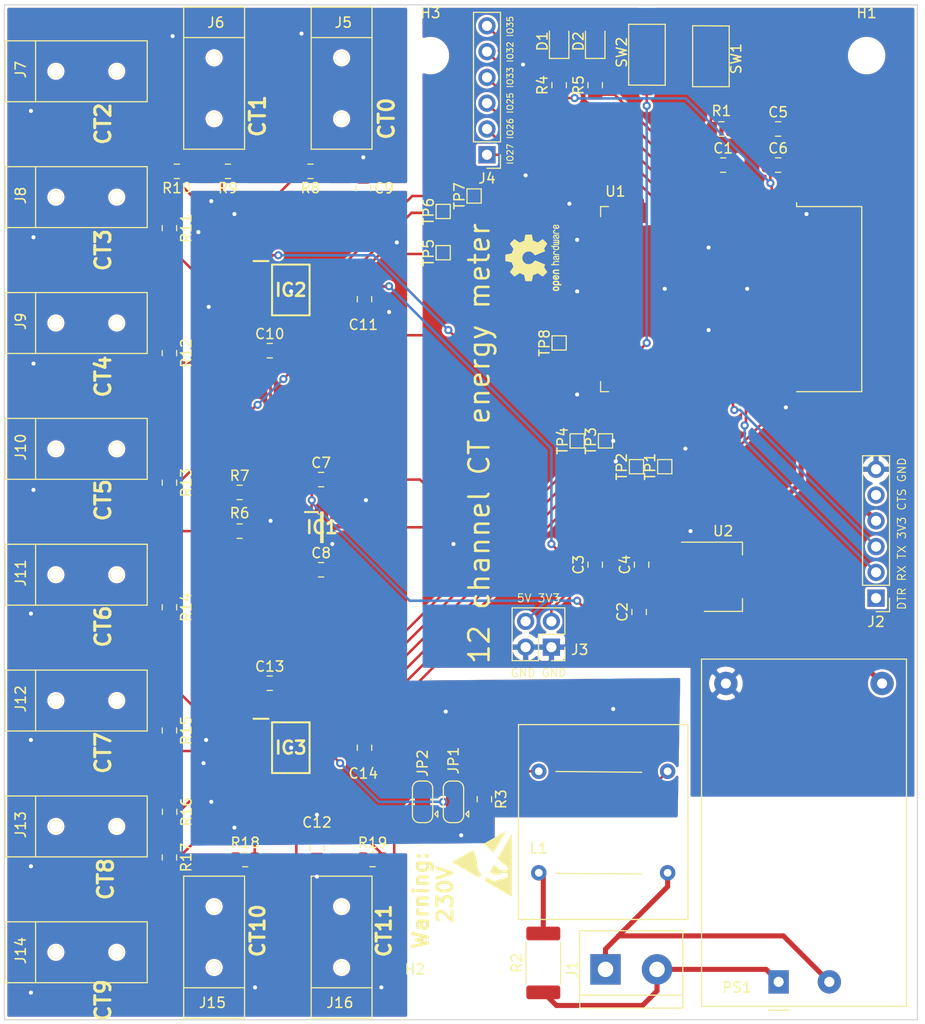
<source format=kicad_pcb>
(kicad_pcb (version 20171130) (host pcbnew "(5.1.5)-3")
  (layers (0 F.Cu signal) (31 B.Cu signal) (34 B.Paste user) (35 F.Paste user) (36 B.SilkS user) (37 F.SilkS user) (38 B.Mask user) (39 F.Mask user) (44 Edge.Cuts user))
  (net 0 "")
  (net 1 "Net-(U1-Pad36)")
  (net 2 "Net-(U1-Pad33)")
  (net 3 "Net-(U1-Pad32)")
  (net 4 "Net-(U1-Pad28)")
  (net 5 "Net-(U1-Pad27)")
  (net 6 "Net-(U1-Pad26)")
  (net 7 "Net-(U1-Pad24)")
  (net 8 "Net-(U1-Pad22)")
  (net 9 "Net-(U1-Pad21)")
  (net 10 "Net-(U1-Pad20)")
  (net 11 "Net-(U1-Pad19)")
  (net 12 "Net-(U1-Pad18)")
  (net 13 "Net-(U1-Pad17)")
  (net 14 "Net-(U1-Pad5)")
  (net 15 "Net-(U1-Pad4)")
  (net 16 GND)
  (net 17 "Net-(C1-Pad1)")
  (net 18 +3V3)
  (net 19 +5V)
  (net 20 +3.3VA)
  (net 21 /Sheet61074E23/IN0)
  (net 22 /Sheet61074E23/IN4)
  (net 23 /Sheet61074E23/IN3)
  (net 24 /Sheet61074E23/IN2)
  (net 25 /Sheet61074E23/IN1)
  (net 26 GNDA)
  (net 27 BAIS)
  (net 28 "Net-(JP1-Pad1)")
  (net 29 "Net-(JP1-Pad3)")
  (net 30 VAC)
  (net 31 /sheet61150CD7/IN4)
  (net 32 /sheet61150CD7/IN3)
  (net 33 /sheet61150CD7/IN2)
  (net 34 /sheet61150CD7/IN1)
  (net 35 /sheet61150CD7/IN0)
  (net 36 /Sheet61074E23/IN5)
  (net 37 /sheet61150CD7/IN7)
  (net 38 /sheet61150CD7/IN6)
  (net 39 /sheet61150CD7/IN5)
  (net 40 "Net-(J5-PadR)")
  (net 41 "Net-(J6-PadR)")
  (net 42 "Net-(J7-PadR)")
  (net 43 "Net-(J8-PadR)")
  (net 44 "Net-(J10-PadR)")
  (net 45 "Net-(J11-PadR)")
  (net 46 "Net-(J12-PadR)")
  (net 47 "Net-(J13-PadR)")
  (net 48 "Net-(L1-Pad4)")
  (net 49 VSPI_CLK)
  (net 50 VSPI_MISO)
  (net 51 VSPI_MOSI)
  (net 52 VSPI_CS)
  (net 53 HSPI_CLK)
  (net 54 HSPI_MISO)
  (net 55 HSPI_MOSI)
  (net 56 HSPI_CS)
  (net 57 "Net-(D1-Pad1)")
  (net 58 "Net-(D2-Pad1)")
  (net 59 "Net-(SW2-Pad1)")
  (net 60 /RX)
  (net 61 /TX)
  (net 62 /CTS)
  (net 63 /DTR)
  (net 64 IO35)
  (net 65 IO32)
  (net 66 IO33)
  (net 67 IO25)
  (net 68 IO26)
  (net 69 IO27)
  (net 70 IO34)
  (net 71 "Net-(J1-Pad2)")
  (net 72 "Net-(J1-Pad1)")
  (net 73 "Net-(J9-PadR)")
  (net 74 "Net-(J14-PadR)")
  (net 75 "Net-(J15-PadR)")
  (net 76 "Net-(J16-PadR)")
  (module TestPoint:TestPoint_Pad_1.0x1.0mm (layer F.Cu) (at 154.686 83.312 90)
    (fp_text reference TP8 (at 0 -1.448 90) (layer F.SilkS))
    (fp_text value TestPoint)
    (pad 1 smd rect (at 0 0 90) (size 1 1) (layers F.Cu F.Mask) (net 56 HSPI_CS))
  )
  (module TestPoint:TestPoint_Pad_1.0x1.0mm (layer F.Cu) (at 146.304 68.834 90)
    (fp_text reference TP7 (at 0 -1.448 90) (layer F.SilkS))
    (fp_text value TestPoint)
    (pad 1 smd rect (at 0 0 90) (size 1 1) (layers F.Cu F.Mask) (net 53 HSPI_CLK))
  )
  (module TestPoint:TestPoint_Pad_1.0x1.0mm (layer F.Cu) (at 143.256 70.358 90)
    (fp_text reference TP6 (at 0 -1.448 270) (layer F.SilkS))
    (fp_text value TestPoint)
    (pad 1 smd rect (at 0 0 90) (size 1 1) (layers F.Cu F.Mask) (net 54 HSPI_MISO))
  )
  (module TestPoint:TestPoint_Pad_1.0x1.0mm (layer F.Cu) (at 143.256 74.422 90)
    (fp_text reference TP5 (at 0 -1.448 90) (layer F.SilkS))
    (fp_text value TestPoint)
    (pad 1 smd rect (at 0 0 90) (size 1 1) (layers F.Cu F.Mask) (net 55 HSPI_MOSI))
  )
  (module TestPoint:TestPoint_Pad_1.0x1.0mm (layer F.Cu) (at 156.464 92.964 90)
    (fp_text reference TP4 (at 0 -1.448 90) (layer F.SilkS))
    (fp_text value TestPoint)
    (pad 1 smd rect (at 0 0 90) (size 1 1) (layers F.Cu F.Mask) (net 52 VSPI_CS))
  )
  (module TestPoint:TestPoint_Pad_1.0x1.0mm (layer F.Cu) (at 159.258 92.964 90)
    (fp_text reference TP3 (at 0 -1.448 90) (layer F.SilkS))
    (fp_text value TestPoint)
    (pad 1 smd rect (at 0 0 90) (size 1 1) (layers F.Cu F.Mask) (net 49 VSPI_CLK))
  )
  (module TestPoint:TestPoint_Pad_1.0x1.0mm (layer F.Cu) (at 162.306 95.504 90)
    (fp_text reference TP2 (at 0 -1.448 90) (layer F.SilkS))
    (fp_text value TestPoint)
    (pad 1 smd rect (at 0 0 90) (size 1 1) (layers F.Cu F.Mask) (net 50 VSPI_MISO))
  )
  (module TestPoint:TestPoint_Pad_1.0x1.0mm (layer F.Cu) (at 165.1 95.504 90)
    (fp_text reference TP1 (at 0 -1.448 90) (layer F.SilkS))
    (fp_text value TestPoint)
    (pad 1 smd rect (at 0 0 90) (size 1 1) (layers F.Cu F.Mask) (net 51 VSPI_MOSI))
  )
  (module Symbol:ESD-Logo_6.6x6mm_SilkScreen (layer F.Cu) (at 147.066 134.62 90)
    (fp_text reference REF** hide)
    (fp_text value ESD-Logo_6.6x6mm_SilkScreen hide)
  )
  (module Symbol:OSHW-Logo2_7.3x6mm_SilkScreen (layer F.Cu) (at 152.146 74.93 90)
    (fp_text reference REF** hide)
    (fp_text value OSHW-Logo2_7.3x6mm_SilkScreen hide)
  )
  (module SamacSys_Parts:SOP65P640X120-16N (layer F.Cu) (at 128.23698 123.19)
    (fp_text reference IC3 (at 0 0) (layer F.SilkS) (effects (font (size 1.27 1.27) (thickness 0.254))))
    (fp_text value ADC128S102CIMTX_NOPB hide)
    (pad 16 smd rect (at 2.938 -2.275 90) (size 0.45 1.475) (layers F.Cu F.Paste F.Mask) (net 49 VSPI_CLK))
    (pad 15 smd rect (at 2.938 -1.625 90) (size 0.45 1.475) (layers F.Cu F.Paste F.Mask) (net 50 VSPI_MISO))
    (pad 14 smd rect (at 2.938 -0.975 90) (size 0.45 1.475) (layers F.Cu F.Paste F.Mask) (net 51 VSPI_MOSI))
    (pad 13 smd rect (at 2.938 -0.325 90) (size 0.45 1.475) (layers F.Cu F.Paste F.Mask) (net 18 +3V3))
    (pad 12 smd rect (at 2.938 0.325 90) (size 0.45 1.475) (layers F.Cu F.Paste F.Mask) (net 16 GND))
    (pad 11 smd rect (at 2.938 0.975 90) (size 0.45 1.475) (layers F.Cu F.Paste F.Mask) (net 30 VAC))
    (pad 10 smd rect (at 2.938 1.625 90) (size 0.45 1.475) (layers F.Cu F.Paste F.Mask) (net 27 BAIS))
    (pad 9 smd rect (at 2.938 2.275 90) (size 0.45 1.475) (layers F.Cu F.Paste F.Mask) (net 36 /Sheet61074E23/IN5))
    (pad 8 smd rect (at -2.938 2.275 90) (size 0.45 1.475) (layers F.Cu F.Paste F.Mask) (net 22 /Sheet61074E23/IN4))
    (pad 7 smd rect (at -2.938 1.625 90) (size 0.45 1.475) (layers F.Cu F.Paste F.Mask) (net 23 /Sheet61074E23/IN3))
    (pad 6 smd rect (at -2.938 0.975 90) (size 0.45 1.475) (layers F.Cu F.Paste F.Mask) (net 24 /Sheet61074E23/IN2))
    (pad 5 smd rect (at -2.938 0.325 90) (size 0.45 1.475) (layers F.Cu F.Paste F.Mask) (net 25 /Sheet61074E23/IN1))
    (pad 4 smd rect (at -2.938 -0.325 90) (size 0.45 1.475) (layers F.Cu F.Paste F.Mask) (net 21 /Sheet61074E23/IN0))
    (pad 3 smd rect (at -2.938 -0.975 90) (size 0.45 1.475) (layers F.Cu F.Paste F.Mask) (net 26 GNDA))
    (pad 2 smd rect (at -2.938 -1.625 90) (size 0.45 1.475) (layers F.Cu F.Paste F.Mask) (net 20 +3.3VA))
    (pad 1 smd rect (at -2.938 -2.275 90) (size 0.45 1.475) (layers F.Cu F.Paste F.Mask) (net 52 VSPI_CS))
  )
  (module SamacSys_Parts:SOP65P640X120-16N (layer F.Cu) (at 128.23698 78.0923)
    (fp_text reference IC2 (at 0 0) (layer F.SilkS) (effects (font (size 1.27 1.27) (thickness 0.254))))
    (fp_text value ADC128S102CIMTX_NOPB hide)
    (pad 16 smd rect (at 2.938 -2.275 90) (size 0.45 1.475) (layers F.Cu F.Paste F.Mask) (net 53 HSPI_CLK))
    (pad 15 smd rect (at 2.938 -1.625 90) (size 0.45 1.475) (layers F.Cu F.Paste F.Mask) (net 54 HSPI_MISO))
    (pad 14 smd rect (at 2.938 -0.975 90) (size 0.45 1.475) (layers F.Cu F.Paste F.Mask) (net 55 HSPI_MOSI))
    (pad 13 smd rect (at 2.938 -0.325 90) (size 0.45 1.475) (layers F.Cu F.Paste F.Mask) (net 18 +3V3))
    (pad 12 smd rect (at 2.938 0.325 90) (size 0.45 1.475) (layers F.Cu F.Paste F.Mask) (net 16 GND))
    (pad 11 smd rect (at 2.938 0.975 90) (size 0.45 1.475) (layers F.Cu F.Paste F.Mask) (net 37 /sheet61150CD7/IN7))
    (pad 10 smd rect (at 2.938 1.625 90) (size 0.45 1.475) (layers F.Cu F.Paste F.Mask) (net 38 /sheet61150CD7/IN6))
    (pad 9 smd rect (at 2.938 2.275 90) (size 0.45 1.475) (layers F.Cu F.Paste F.Mask) (net 39 /sheet61150CD7/IN5))
    (pad 8 smd rect (at -2.938 2.275 90) (size 0.45 1.475) (layers F.Cu F.Paste F.Mask) (net 31 /sheet61150CD7/IN4))
    (pad 7 smd rect (at -2.938 1.625 90) (size 0.45 1.475) (layers F.Cu F.Paste F.Mask) (net 32 /sheet61150CD7/IN3))
    (pad 6 smd rect (at -2.938 0.975 90) (size 0.45 1.475) (layers F.Cu F.Paste F.Mask) (net 33 /sheet61150CD7/IN2))
    (pad 5 smd rect (at -2.938 0.325 90) (size 0.45 1.475) (layers F.Cu F.Paste F.Mask) (net 34 /sheet61150CD7/IN1))
    (pad 4 smd rect (at -2.938 -0.325 90) (size 0.45 1.475) (layers F.Cu F.Paste F.Mask) (net 35 /sheet61150CD7/IN0))
    (pad 3 smd rect (at -2.938 -0.975 90) (size 0.45 1.475) (layers F.Cu F.Paste F.Mask) (net 26 GNDA))
    (pad 2 smd rect (at -2.938 -1.625 90) (size 0.45 1.475) (layers F.Cu F.Paste F.Mask) (net 20 +3.3VA))
    (pad 1 smd rect (at -2.938 -2.275 90) (size 0.45 1.475) (layers F.Cu F.Paste F.Mask) (net 56 HSPI_CS))
  )
  (module SamacSys_Parts:SOT95P237X112-3N (layer F.Cu) (at 131.29768 101.473)
    (fp_text reference IC1 (at 0 0) (layer F.SilkS) (effects (font (size 1.27 1.27) (thickness 0.254))))
    (fp_text value REF2933AIDBZR hide)
    (pad 3 smd rect (at 1.05 0 90) (size 0.6 1.25) (layers F.Cu F.Paste F.Mask) (net 16 GND))
    (pad 2 smd rect (at -1.05 0.95 90) (size 0.6 1.25) (layers F.Cu F.Paste F.Mask) (net 20 +3.3VA))
    (pad 1 smd rect (at -1.05 -0.95 90) (size 0.6 1.25) (layers F.Cu F.Paste F.Mask) (net 19 +5V))
  )
  (module MountingHole:MountingHole_3.2mm_M3 (layer F.Cu) (at 185 55)
    (fp_text reference H1 (at 0 -4.2) (layer F.SilkS))
    (fp_text value MountingHole)
    (pad 1 np_thru_hole circle (at 0 0) (size 3.2 3.2) (drill 3.2) (layers *.Cu *.Mask))
  )
  (module MountingHole:MountingHole_3.2mm_M3 (layer F.Cu) (at 142 55)
    (fp_text reference H3 (at 0 -4.2) (layer F.SilkS))
    (fp_text value MountingHole)
    (pad 1 np_thru_hole circle (at 0 0) (size 3.2 3.2) (drill 3.2) (layers *.Cu *.Mask))
  )
  (module MountingHole:MountingHole_3.2mm_M3 (layer F.Cu) (at 145 145)
    (fp_text reference H2 (at -4.538 0.034) (layer F.SilkS))
    (fp_text value MountingHole)
    (pad 1 np_thru_hole circle (at 0 0) (size 3.2 3.2) (drill 3.2) (layers *.Cu *.Mask))
  )
  (module Connector_PinHeader_2.54mm:PinHeader_2x02_P2.54mm_Vertical (layer F.Cu) (at 153.924 113.284 180)
    (fp_text reference J3 (at -2.794 -0.254 180) (layer F.SilkS))
    (fp_text value Conn_02x02_Top_Bottom)
    (pad 4 thru_hole oval (at 2.54 2.54 180) (size 1.7 1.7) (drill 1) (layers *.Cu *.Mask) (net 19 +5V))
    (pad 3 thru_hole oval (at 0 2.54 180) (size 1.7 1.7) (drill 1) (layers *.Cu *.Mask) (net 18 +3V3))
    (pad 2 thru_hole oval (at 2.54 0 180) (size 1.7 1.7) (drill 1) (layers *.Cu *.Mask) (net 16 GND))
    (pad 1 thru_hole rect (at 0 0 180) (size 1.7 1.7) (drill 1) (layers *.Cu *.Mask) (net 16 GND))
  )
  (module Connector_PinHeader_2.54mm:PinHeader_1x06_P2.54mm_Vertical (layer F.Cu) (at 147.574 64.77 180)
    (fp_text reference J4 (at 0 -2.33) (layer F.SilkS))
    (fp_text value Conn_01x06_MountingPin)
    (pad 6 thru_hole oval (at 0 12.7 180) (size 1.7 1.7) (drill 1) (layers *.Cu *.Mask) (net 64 IO35))
    (pad 5 thru_hole oval (at 0 10.16 180) (size 1.7 1.7) (drill 1) (layers *.Cu *.Mask) (net 65 IO32))
    (pad 4 thru_hole oval (at 0 7.62 180) (size 1.7 1.7) (drill 1) (layers *.Cu *.Mask) (net 66 IO33))
    (pad 3 thru_hole oval (at 0 5.08 180) (size 1.7 1.7) (drill 1) (layers *.Cu *.Mask) (net 67 IO25))
    (pad 2 thru_hole oval (at 0 2.54 180) (size 1.7 1.7) (drill 1) (layers *.Cu *.Mask) (net 68 IO26))
    (pad 1 thru_hole rect (at 0 0 180) (size 1.7 1.7) (drill 1) (layers *.Cu *.Mask) (net 69 IO27))
  )
  (module Capacitor_SMD:C_0805_2012Metric_Pad1.15x1.40mm_HandSolder (layer F.Cu) (at 176.276 65.786)
    (fp_text reference C6 (at 0 -1.65) (layer F.SilkS))
    (fp_text value 100nf)
    (pad 2 smd roundrect (at 1.025 0) (size 1.15 1.4) (layers F.Cu F.Paste F.Mask) (roundrect_rratio 0.217391) (net 16 GND))
    (pad 1 smd roundrect (at -1.025 0) (size 1.15 1.4) (layers F.Cu F.Paste F.Mask) (roundrect_rratio 0.217391) (net 18 +3V3))
  )
  (module Capacitor_SMD:C_0805_2012Metric_Pad1.15x1.40mm_HandSolder (layer F.Cu) (at 176.276 62.23)
    (fp_text reference C5 (at 0 -1.65) (layer F.SilkS))
    (fp_text value 10uf)
    (pad 2 smd roundrect (at 1.025 0) (size 1.15 1.4) (layers F.Cu F.Paste F.Mask) (roundrect_rratio 0.217391) (net 16 GND))
    (pad 1 smd roundrect (at -1.025 0) (size 1.15 1.4) (layers F.Cu F.Paste F.Mask) (roundrect_rratio 0.217391) (net 18 +3V3))
  )
  (module Capacitor_SMD:C_0805_2012Metric_Pad1.15x1.40mm_HandSolder (layer F.Cu) (at 170.858 65.786)
    (fp_text reference C1 (at 0 -1.65) (layer F.SilkS))
    (fp_text value 100nf)
    (pad 2 smd roundrect (at 1.025 0) (size 1.15 1.4) (layers F.Cu F.Paste F.Mask) (roundrect_rratio 0.217391) (net 16 GND))
    (pad 1 smd roundrect (at -1.025 0) (size 1.15 1.4) (layers F.Cu F.Paste F.Mask) (roundrect_rratio 0.217391) (net 17 "Net-(C1-Pad1)"))
  )
  (module Capacitor_SMD:C_0805_2012Metric_Pad1.15x1.40mm_HandSolder (layer F.Cu) (at 135.50138 78.994 270)
    (fp_text reference C11 (at 2.52222 0.11938 180) (layer F.SilkS))
    (fp_text value 1uf)
    (pad 2 smd roundrect (at 1.025 0 270) (size 1.15 1.4) (layers F.Cu F.Paste F.Mask) (roundrect_rratio 0.217391) (net 16 GND))
    (pad 1 smd roundrect (at -1.025 0 270) (size 1.15 1.4) (layers F.Cu F.Paste F.Mask) (roundrect_rratio 0.217391) (net 18 +3V3))
  )
  (module Resistor_SMD:R_0805_2012Metric (layer F.Cu) (at 158.242 57.912 90)
    (fp_text reference R5 (at 0 -1.65 90) (layer F.SilkS))
    (fp_text value 10k)
    (pad 2 smd roundrect (at 0.9375 0 90) (size 0.975 1.4) (layers F.Cu F.Paste F.Mask) (net 58 "Net-(D2-Pad1)"))
    (pad 1 smd roundrect (at -0.9375 0 90) (size 0.975 1.4) (layers F.Cu F.Paste F.Mask) (net 70 IO34))
  )
  (module Resistor_SMD:R_0805_2012Metric (layer F.Cu) (at 154.686 57.912 90)
    (fp_text reference R4 (at 0 -1.65 90) (layer F.SilkS))
    (fp_text value 10k)
    (pad 2 smd roundrect (at 0.9375 0 90) (size 0.975 1.4) (layers F.Cu F.Paste F.Mask) (net 57 "Net-(D1-Pad1)"))
    (pad 1 smd roundrect (at -0.9375 0 90) (size 0.975 1.4) (layers F.Cu F.Paste F.Mask) (net 18 +3V3))
  )
  (module Resistor_SMD:R_0805_2012Metric (layer F.Cu) (at 170.688 62.23 180)
    (fp_text reference R1 (at 0 1.778) (layer F.SilkS))
    (fp_text value 10k)
    (pad 2 smd roundrect (at 0.9375 0 180) (size 0.975 1.4) (layers F.Cu F.Paste F.Mask) (net 17 "Net-(C1-Pad1)"))
    (pad 1 smd roundrect (at -0.9375 0 180) (size 0.975 1.4) (layers F.Cu F.Paste F.Mask) (net 18 +3V3))
  )
  (module Connector_PinHeader_2.54mm:PinHeader_1x06_P2.54mm_Vertical (layer F.Cu) (at 185.928 108.458 180)
    (fp_text reference J2 (at 0 -2.33) (layer F.SilkS))
    (fp_text value Conn_01x06_MountingPin)
    (pad 6 thru_hole oval (at 0 12.7 180) (size 1.7 1.7) (drill 1) (layers *.Cu *.Mask) (net 16 GND))
    (pad 5 thru_hole oval (at 0 10.16 180) (size 1.7 1.7) (drill 1) (layers *.Cu *.Mask) (net 62 /CTS))
    (pad 4 thru_hole oval (at 0 7.62 180) (size 1.7 1.7) (drill 1) (layers *.Cu *.Mask) (net 18 +3V3))
    (pad 3 thru_hole oval (at 0 5.08 180) (size 1.7 1.7) (drill 1) (layers *.Cu *.Mask) (net 61 /TX))
    (pad 2 thru_hole oval (at 0 2.54 180) (size 1.7 1.7) (drill 1) (layers *.Cu *.Mask) (net 60 /RX))
    (pad 1 thru_hole rect (at 0 0 180) (size 1.7 1.7) (drill 1) (layers *.Cu *.Mask) (net 63 /DTR))
  )
  (module LED_SMD:LED_0805_2012Metric (layer F.Cu) (at 158.242 53.594 90)
    (fp_text reference D2 (at 0 -1.65 90) (layer F.SilkS))
    (fp_text value LED)
    (pad 2 smd roundrect (at 0.9375 0 90) (size 0.975 1.4) (layers F.Cu F.Paste F.Mask) (net 16 GND))
    (pad 1 smd roundrect (at -0.9375 0 90) (size 0.975 1.4) (layers F.Cu F.Paste F.Mask) (net 58 "Net-(D2-Pad1)"))
  )
  (module LED_SMD:LED_0805_2012Metric (layer F.Cu) (at 154.686 53.594 90)
    (fp_text reference D1 (at 0 -1.65 90) (layer F.SilkS))
    (fp_text value LED)
    (pad 2 smd roundrect (at 0.9375 0 90) (size 0.975 1.4) (layers F.Cu F.Paste F.Mask) (net 16 GND))
    (pad 1 smd roundrect (at -0.9375 0 90) (size 0.975 1.4) (layers F.Cu F.Paste F.Mask) (net 57 "Net-(D1-Pad1)"))
  )
  (module project_lib:K2-1107ST (layer F.Cu) (at 161.544 57.912 90)
    (fp_text reference SW2 (at 3.2385 -0.6858 90) (layer F.SilkS))
    (fp_text value SW_Push)
    (pad 2 smd rect (at 6 1.8 90) (size 2 1) (layers F.Cu F.Paste F.Mask) (net 16 GND))
    (pad 1 smd rect (at 0 1.8 90) (size 2 1) (layers F.Cu F.Paste F.Mask) (net 59 "Net-(SW2-Pad1)"))
  )
  (module project_lib:K2-1107ST (layer F.Cu) (at 171.45 52.07 270)
    (fp_text reference SW1 (at 3.2385 -0.6858 90) (layer F.SilkS))
    (fp_text value SW_Push)
    (pad 2 smd rect (at 6 1.8 270) (size 2 1) (layers F.Cu F.Paste F.Mask) (net 17 "Net-(C1-Pad1)"))
    (pad 1 smd rect (at 0 1.8 270) (size 2 1) (layers F.Cu F.Paste F.Mask) (net 16 GND))
  )
  (module TerminalBlock:TerminalBlock_bornier-2_P5.08mm (layer F.Cu) (at 159.258 145.034)
    (fp_text reference J1 (at -3.302 0 90) (layer F.SilkS))
    (fp_text value Screw_Terminal_01x02)
    (pad 2 thru_hole circle (at 5.08 0) (size 3 3) (drill 1.52) (layers *.Cu *.Mask) (net 71 "Net-(J1-Pad2)"))
    (pad 1 thru_hole rect (at 0 0) (size 3 3) (drill 1.52) (layers *.Cu *.Mask) (net 72 "Net-(J1-Pad1)"))
  )
  (module project_lib:C18594 (layer F.Cu) (at 130.24358 149.8473 90)
    (fp_text reference J16 (at 1.524 2.8321) (layer F.SilkS))
    (fp_text value AudioJack3)
    (pad 2 thru_hole circle (at 11 3 90) (size 1.2 1.2) (drill 1.2) (layers *.Cu *.Mask))
    (pad 1 thru_hole circle (at 5 3 90) (size 1.2 1.2) (drill 1.2) (layers *.Cu *.Mask))
    (pad T smd rect (at 12.1 7 90) (size 1.5 3) (layers F.Cu F.Paste F.Mask) (net 36 /Sheet61074E23/IN5))
    (pad R smd rect (at 7.1 -1 90) (size 1.5 3) (layers F.Cu F.Paste F.Mask) (net 76 "Net-(J16-PadR)"))
    (pad S smd rect (at 5.1 7 90) (size 1.5 3) (layers F.Cu F.Paste F.Mask) (net 27 BAIS))
  )
  (module project_lib:C18594 (layer F.Cu) (at 100.07854 65.945641)
    (fp_text reference J8 (at 1.524 2.8321 90) (layer F.SilkS))
    (fp_text value AudioJack3)
    (pad 2 thru_hole circle (at 11 3) (size 1.2 1.2) (drill 1.2) (layers *.Cu *.Mask))
    (pad 1 thru_hole circle (at 5 3) (size 1.2 1.2) (drill 1.2) (layers *.Cu *.Mask))
    (pad T smd rect (at 12.1 7) (size 1.5 3) (layers F.Cu F.Paste F.Mask) (net 32 /sheet61150CD7/IN3))
    (pad R smd rect (at 7.1 -1) (size 1.5 3) (layers F.Cu F.Paste F.Mask) (net 43 "Net-(J8-PadR)"))
    (pad S smd rect (at 5.1 7) (size 1.5 3) (layers F.Cu F.Paste F.Mask) (net 27 BAIS))
  )
  (module project_lib:C18594 (layer F.Cu) (at 123.67566 50.223418 270)
    (fp_text reference J6 (at 1.524 2.8321) (layer F.SilkS))
    (fp_text value AudioJack3)
    (pad 2 thru_hole circle (at 11 3 270) (size 1.2 1.2) (drill 1.2) (layers *.Cu *.Mask))
    (pad 1 thru_hole circle (at 5 3 270) (size 1.2 1.2) (drill 1.2) (layers *.Cu *.Mask))
    (pad T smd rect (at 12.1 7 270) (size 1.5 3) (layers F.Cu F.Paste F.Mask) (net 34 /sheet61150CD7/IN1))
    (pad R smd rect (at 7.1 -1 270) (size 1.5 3) (layers F.Cu F.Paste F.Mask) (net 41 "Net-(J6-PadR)"))
    (pad S smd rect (at 5.1 7 270) (size 1.5 3) (layers F.Cu F.Paste F.Mask) (net 27 BAIS))
  )
  (module project_lib:C18594 (layer F.Cu) (at 136.24358 50.223418 270)
    (fp_text reference J5 (at 1.524 2.8321 180) (layer F.SilkS))
    (fp_text value AudioJack3)
    (pad 2 thru_hole circle (at 11 3 270) (size 1.2 1.2) (drill 1.2) (layers *.Cu *.Mask))
    (pad 1 thru_hole circle (at 5 3 270) (size 1.2 1.2) (drill 1.2) (layers *.Cu *.Mask))
    (pad T smd rect (at 12.1 7 270) (size 1.5 3) (layers F.Cu F.Paste F.Mask) (net 35 /sheet61150CD7/IN0))
    (pad R smd rect (at 7.1 -1 270) (size 1.5 3) (layers F.Cu F.Paste F.Mask) (net 40 "Net-(J5-PadR)"))
    (pad S smd rect (at 5.1 7 270) (size 1.5 3) (layers F.Cu F.Paste F.Mask) (net 27 BAIS))
  )
  (module project_lib:C18594 (layer F.Cu) (at 117.67566 149.8473 90)
    (fp_text reference J15 (at 1.524 2.8321) (layer F.SilkS))
    (fp_text value AudioJack3)
    (pad 2 thru_hole circle (at 11 3 90) (size 1.2 1.2) (drill 1.2) (layers *.Cu *.Mask))
    (pad 1 thru_hole circle (at 5 3 90) (size 1.2 1.2) (drill 1.2) (layers *.Cu *.Mask))
    (pad T smd rect (at 12.1 7 90) (size 1.5 3) (layers F.Cu F.Paste F.Mask) (net 22 /Sheet61074E23/IN4))
    (pad R smd rect (at 7.1 -1 90) (size 1.5 3) (layers F.Cu F.Paste F.Mask) (net 75 "Net-(J15-PadR)"))
    (pad S smd rect (at 5.1 7 90) (size 1.5 3) (layers F.Cu F.Paste F.Mask) (net 27 BAIS))
  )
  (module project_lib:C18594 (layer F.Cu) (at 100.07854 140.3477)
    (fp_text reference J14 (at 1.524 2.8321 90) (layer F.SilkS))
    (fp_text value AudioJack3)
    (pad 2 thru_hole circle (at 11 3) (size 1.2 1.2) (drill 1.2) (layers *.Cu *.Mask))
    (pad 1 thru_hole circle (at 5 3) (size 1.2 1.2) (drill 1.2) (layers *.Cu *.Mask))
    (pad T smd rect (at 12.1 7) (size 1.5 3) (layers F.Cu F.Paste F.Mask) (net 23 /Sheet61074E23/IN3))
    (pad R smd rect (at 7.1 -1) (size 1.5 3) (layers F.Cu F.Paste F.Mask) (net 74 "Net-(J14-PadR)"))
    (pad S smd rect (at 5.1 7) (size 1.5 3) (layers F.Cu F.Paste F.Mask) (net 27 BAIS))
  )
  (module project_lib:C18594 (layer F.Cu) (at 100.07854 127.947356)
    (fp_text reference J13 (at 1.524 2.8321 90) (layer F.SilkS))
    (fp_text value AudioJack3)
    (pad 2 thru_hole circle (at 11 3) (size 1.2 1.2) (drill 1.2) (layers *.Cu *.Mask))
    (pad 1 thru_hole circle (at 5 3) (size 1.2 1.2) (drill 1.2) (layers *.Cu *.Mask))
    (pad T smd rect (at 12.1 7) (size 1.5 3) (layers F.Cu F.Paste F.Mask) (net 24 /Sheet61074E23/IN2))
    (pad R smd rect (at 7.1 -1) (size 1.5 3) (layers F.Cu F.Paste F.Mask) (net 47 "Net-(J13-PadR)"))
    (pad S smd rect (at 5.1 7) (size 1.5 3) (layers F.Cu F.Paste F.Mask) (net 27 BAIS))
  )
  (module project_lib:C18594 (layer F.Cu) (at 100.07854 115.547013)
    (fp_text reference J12 (at 1.524 2.8321 90) (layer F.SilkS))
    (fp_text value AudioJack3)
    (pad 2 thru_hole circle (at 11 3) (size 1.2 1.2) (drill 1.2) (layers *.Cu *.Mask))
    (pad 1 thru_hole circle (at 5 3) (size 1.2 1.2) (drill 1.2) (layers *.Cu *.Mask))
    (pad T smd rect (at 12.1 7) (size 1.5 3) (layers F.Cu F.Paste F.Mask) (net 25 /Sheet61074E23/IN1))
    (pad R smd rect (at 7.1 -1) (size 1.5 3) (layers F.Cu F.Paste F.Mask) (net 46 "Net-(J12-PadR)"))
    (pad S smd rect (at 5.1 7) (size 1.5 3) (layers F.Cu F.Paste F.Mask) (net 27 BAIS))
  )
  (module project_lib:C18594 (layer F.Cu) (at 100.07854 103.14667)
    (fp_text reference J11 (at 1.524 2.8321 90) (layer F.SilkS))
    (fp_text value AudioJack3)
    (pad 2 thru_hole circle (at 11 3) (size 1.2 1.2) (drill 1.2) (layers *.Cu *.Mask))
    (pad 1 thru_hole circle (at 5 3) (size 1.2 1.2) (drill 1.2) (layers *.Cu *.Mask))
    (pad T smd rect (at 12.1 7) (size 1.5 3) (layers F.Cu F.Paste F.Mask) (net 21 /Sheet61074E23/IN0))
    (pad R smd rect (at 7.1 -1) (size 1.5 3) (layers F.Cu F.Paste F.Mask) (net 45 "Net-(J11-PadR)"))
    (pad S smd rect (at 5.1 7) (size 1.5 3) (layers F.Cu F.Paste F.Mask) (net 27 BAIS))
  )
  (module project_lib:C18594 (layer F.Cu) (at 100.07854 90.746327)
    (fp_text reference J10 (at 1.524 2.8321 90) (layer F.SilkS))
    (fp_text value AudioJack3)
    (pad 2 thru_hole circle (at 11 3) (size 1.2 1.2) (drill 1.2) (layers *.Cu *.Mask))
    (pad 1 thru_hole circle (at 5 3) (size 1.2 1.2) (drill 1.2) (layers *.Cu *.Mask))
    (pad T smd rect (at 12.1 7) (size 1.5 3) (layers F.Cu F.Paste F.Mask) (net 39 /sheet61150CD7/IN5))
    (pad R smd rect (at 7.1 -1) (size 1.5 3) (layers F.Cu F.Paste F.Mask) (net 44 "Net-(J10-PadR)"))
    (pad S smd rect (at 5.1 7) (size 1.5 3) (layers F.Cu F.Paste F.Mask) (net 27 BAIS))
  )
  (module project_lib:C18594 (layer F.Cu) (at 100.07854 78.345984)
    (fp_text reference J9 (at 1.524 2.8321 90) (layer F.SilkS))
    (fp_text value AudioJack3)
    (pad 2 thru_hole circle (at 11 3) (size 1.2 1.2) (drill 1.2) (layers *.Cu *.Mask))
    (pad 1 thru_hole circle (at 5 3) (size 1.2 1.2) (drill 1.2) (layers *.Cu *.Mask))
    (pad T smd rect (at 12.1 7) (size 1.5 3) (layers F.Cu F.Paste F.Mask) (net 31 /sheet61150CD7/IN4))
    (pad R smd rect (at 7.1 -1) (size 1.5 3) (layers F.Cu F.Paste F.Mask) (net 73 "Net-(J9-PadR)"))
    (pad S smd rect (at 5.1 7) (size 1.5 3) (layers F.Cu F.Paste F.Mask) (net 27 BAIS))
  )
  (module project_lib:C18594 (layer F.Cu) (at 100.07854 53.545298)
    (fp_text reference J7 (at 1.524 2.8321 270) (layer F.SilkS))
    (fp_text value AudioJack3)
    (pad 2 thru_hole circle (at 11 3) (size 1.2 1.2) (drill 1.2) (layers *.Cu *.Mask))
    (pad 1 thru_hole circle (at 5 3) (size 1.2 1.2) (drill 1.2) (layers *.Cu *.Mask))
    (pad T smd rect (at 12.1 7) (size 1.5 3) (layers F.Cu F.Paste F.Mask) (net 33 /sheet61150CD7/IN2))
    (pad R smd rect (at 7.1 -1) (size 1.5 3) (layers F.Cu F.Paste F.Mask) (net 42 "Net-(J7-PadR)"))
    (pad S smd rect (at 5.1 7) (size 1.5 3) (layers F.Cu F.Paste F.Mask) (net 27 BAIS))
  )
  (module Resistor_SMD:R_0805_2012Metric (layer F.Cu) (at 136.2964 134.20852)
    (fp_text reference R19 (at 0 -1.65) (layer F.SilkS))
    (fp_text value 100)
    (pad 2 smd roundrect (at 0.9375 0) (size 0.975 1.4) (layers F.Cu F.Paste F.Mask) (net 36 /Sheet61074E23/IN5))
    (pad 1 smd roundrect (at -0.9375 0) (size 0.975 1.4) (layers F.Cu F.Paste F.Mask) (net 27 BAIS))
  )
  (module Resistor_SMD:R_0805_2012Metric (layer F.Cu) (at 116.27002 97.07626 270)
    (fp_text reference R13 (at 0 -1.65 90) (layer F.SilkS))
    (fp_text value 100)
    (pad 2 smd roundrect (at 0.9375 0 270) (size 0.975 1.4) (layers F.Cu F.Paste F.Mask) (net 39 /sheet61150CD7/IN5))
    (pad 1 smd roundrect (at -0.9375 0 270) (size 0.975 1.4) (layers F.Cu F.Paste F.Mask) (net 27 BAIS))
  )
  (module Resistor_SMD:R_0805_2012Metric (layer F.Cu) (at 116.27002 84.31276 270)
    (fp_text reference R12 (at 0 -1.65 270) (layer F.SilkS))
    (fp_text value 100)
    (pad 2 smd roundrect (at 0.9375 0 270) (size 0.975 1.4) (layers F.Cu F.Paste F.Mask) (net 31 /sheet61150CD7/IN4))
    (pad 1 smd roundrect (at -0.9375 0 270) (size 0.975 1.4) (layers F.Cu F.Paste F.Mask) (net 27 BAIS))
  )
  (module Resistor_SMD:R_0805_2012Metric (layer F.Cu) (at 116.27002 71.99908 270)
    (fp_text reference R11 (at 0 -1.65 270) (layer F.SilkS))
    (fp_text value 100)
    (pad 2 smd roundrect (at 0.9375 0 270) (size 0.975 1.4) (layers F.Cu F.Paste F.Mask) (net 32 /sheet61150CD7/IN3))
    (pad 1 smd roundrect (at -0.9375 0 270) (size 0.975 1.4) (layers F.Cu F.Paste F.Mask) (net 27 BAIS))
  )
  (module Resistor_SMD:R_0805_2012Metric (layer F.Cu) (at 117.00002 66.40322 180)
    (fp_text reference R10 (at 0 -1.65) (layer F.SilkS))
    (fp_text value 100)
    (pad 2 smd roundrect (at 0.9375 0 180) (size 0.975 1.4) (layers F.Cu F.Paste F.Mask) (net 33 /sheet61150CD7/IN2))
    (pad 1 smd roundrect (at -0.9375 0 180) (size 0.975 1.4) (layers F.Cu F.Paste F.Mask) (net 27 BAIS))
  )
  (module Resistor_SMD:R_0805_2012Metric (layer F.Cu) (at 122.0343 66.40322 180)
    (fp_text reference R9 (at 0 -1.65) (layer F.SilkS))
    (fp_text value 100)
    (pad 2 smd roundrect (at 0.9375 0 180) (size 0.975 1.4) (layers F.Cu F.Paste F.Mask) (net 34 /sheet61150CD7/IN1))
    (pad 1 smd roundrect (at -0.9375 0 180) (size 0.975 1.4) (layers F.Cu F.Paste F.Mask) (net 27 BAIS))
  )
  (module Resistor_SMD:R_0805_2012Metric (layer F.Cu) (at 130.16738 66.40322 180)
    (fp_text reference R8 (at 0 -1.65) (layer F.SilkS))
    (fp_text value 100)
    (pad 2 smd roundrect (at 0.9375 0 180) (size 0.975 1.4) (layers F.Cu F.Paste F.Mask) (net 35 /sheet61150CD7/IN0))
    (pad 1 smd roundrect (at -0.9375 0 180) (size 0.975 1.4) (layers F.Cu F.Paste F.Mask) (net 27 BAIS))
  )
  (module Capacitor_SMD:C_0805_2012Metric_Pad1.15x1.40mm_HandSolder (layer F.Cu) (at 126.15926 84.074)
    (fp_text reference C10 (at 0 -1.65) (layer F.SilkS))
    (fp_text value 100nf)
    (pad 2 smd roundrect (at 1.025 0) (size 1.15 1.4) (layers F.Cu F.Paste F.Mask) (roundrect_rratio 0.217391) (net 26 GNDA))
    (pad 1 smd roundrect (at -1.025 0) (size 1.15 1.4) (layers F.Cu F.Paste F.Mask) (roundrect_rratio 0.217391) (net 20 +3.3VA))
  )
  (module Capacitor_SMD:C_0805_2012Metric_Pad1.15x1.40mm_HandSolder (layer F.Cu) (at 135.382 68.072 270)
    (fp_text reference C9 (at 0 -2.032 180) (layer F.SilkS))
    (fp_text value 100nf)
    (pad 2 smd roundrect (at 1.025 0 270) (size 1.15 1.4) (layers F.Cu F.Paste F.Mask) (roundrect_rratio 0.217391) (net 26 GNDA))
    (pad 1 smd roundrect (at -1.025 0 270) (size 1.15 1.4) (layers F.Cu F.Paste F.Mask) (roundrect_rratio 0.217391) (net 27 BAIS))
  )
  (module Jumper:SolderJumper-3_P1.3mm_Open_RoundedPad1.0x1.5mm (layer F.Cu) (at 141.224 128.524 90)
    (fp_text reference JP2 (at 3.81 0 90) (layer F.SilkS))
    (fp_text value SolderJumper_3_Open)
    (pad 2 smd rect (at 0 0 90) (size 1 1.5) (layers F.Cu F.Mask) (net 27 BAIS))
    (pad 3 smd custom (at 1.3 0 90) (size 1 0.5) (layers F.Cu F.Mask) (net 29 "Net-(JP1-Pad3)") (options (clearance outline) (anchor rect)) (primitives (gr_circle (center 0 0.25) (end 0.5 0.25) (width 0)) (gr_circle (center 0 -0.25) (end 0.5 -0.25) (width 0)) (gr_poly (pts (xy -0.55 -0.75) (xy 0 -0.75) (xy 0 0.75) (xy -0.55 0.75)) (width 0))))
    (pad 1 smd custom (at -1.3 0 90) (size 1 0.5) (layers F.Cu F.Mask) (net 28 "Net-(JP1-Pad1)") (options (clearance outline) (anchor rect)) (primitives (gr_circle (center 0 0.25) (end 0.5 0.25) (width 0)) (gr_circle (center 0 -0.25) (end 0.5 -0.25) (width 0)) (gr_poly (pts (xy 0.55 -0.75) (xy 0 -0.75) (xy 0 0.75) (xy 0.55 0.75)) (width 0))))
  )
  (module Jumper:SolderJumper-3_P1.3mm_Open_RoundedPad1.0x1.5mm (layer F.Cu) (at 144.272 128.524 90)
    (fp_text reference JP1 (at 4.064 0 90) (layer F.SilkS))
    (fp_text value SolderJumper_3_Open)
    (pad 1 smd custom (at -1.3 0 90) (size 1 0.5) (layers F.Cu F.Mask) (net 28 "Net-(JP1-Pad1)") (options (clearance outline) (anchor rect)) (primitives (gr_circle (center 0 0.25) (end 0.5 0.25) (width 0)) (gr_circle (center 0 -0.25) (end 0.5 -0.25) (width 0)) (gr_poly (pts (xy 0.55 -0.75) (xy 0 -0.75) (xy 0 0.75) (xy 0.55 0.75)) (width 0))))
    (pad 3 smd custom (at 1.3 0 90) (size 1 0.5) (layers F.Cu F.Mask) (net 29 "Net-(JP1-Pad3)") (options (clearance outline) (anchor rect)) (primitives (gr_circle (center 0 0.25) (end 0.5 0.25) (width 0)) (gr_circle (center 0 -0.25) (end 0.5 -0.25) (width 0)) (gr_poly (pts (xy -0.55 -0.75) (xy 0 -0.75) (xy 0 0.75) (xy -0.55 0.75)) (width 0))))
    (pad 2 smd rect (at 0 0 90) (size 1 1.5) (layers F.Cu F.Mask) (net 30 VAC))
  )
  (module project_lib:ZMPT101B (layer F.Cu) (at 152.68194 135.51662 90)
    (fp_text reference L1 (at 2.42062 -0.02794 180) (layer F.SilkS))
    (fp_text value ZMPT101B)
    (pad 3 thru_hole circle (at 0 12.7 90) (size 1.524 1.524) (drill 0.762) (layers *.Cu *.Mask) (net 72 "Net-(J1-Pad1)"))
    (pad 2 thru_hole circle (at 10 12.7 90) (size 1.524 1.524) (drill 0.762) (layers *.Cu *.Mask) (net 28 "Net-(JP1-Pad1)"))
    (pad 1 thru_hole circle (at 10 0 90) (size 1.524 1.524) (drill 0.762) (layers *.Cu *.Mask) (net 29 "Net-(JP1-Pad3)"))
    (pad 4 thru_hole circle (at 0 0 90) (size 1.524 1.524) (drill 0.762) (layers *.Cu *.Mask) (net 48 "Net-(L1-Pad4)"))
  )
  (module Resistor_SMD:R_0805_2012Metric (layer F.Cu) (at 147.32 128.27 270)
    (fp_text reference R3 (at 0 -1.65 90) (layer F.SilkS))
    (fp_text value 845)
    (pad 2 smd roundrect (at 0.9375 0 270) (size 0.975 1.4) (layers F.Cu F.Paste F.Mask) (net 28 "Net-(JP1-Pad1)"))
    (pad 1 smd roundrect (at -0.9375 0 270) (size 0.975 1.4) (layers F.Cu F.Paste F.Mask) (net 29 "Net-(JP1-Pad3)"))
  )
  (module Resistor_SMD:R_2512_6332Metric (layer F.Cu) (at 153.12644 144.39646 90)
    (fp_text reference R2 (at 0 -2.62 90) (layer F.SilkS))
    (fp_text value 220k)
    (pad 2 smd roundrect (at 2.9 0 90) (size 1.35 3.35) (layers F.Cu F.Paste F.Mask) (roundrect_rratio 0.185185) (net 48 "Net-(L1-Pad4)"))
    (pad 1 smd roundrect (at -2.9 0 90) (size 1.35 3.35) (layers F.Cu F.Paste F.Mask) (roundrect_rratio 0.185185) (net 71 "Net-(J1-Pad2)"))
  )
  (module Resistor_SMD:R_0805_2012Metric (layer F.Cu) (at 123.19 98.044)
    (fp_text reference R7 (at 0 -1.65) (layer F.SilkS))
    (fp_text value 1K)
    (pad 2 smd roundrect (at 0.9375 0) (size 0.975 1.4) (layers F.Cu F.Paste F.Mask) (net 26 GNDA))
    (pad 1 smd roundrect (at -0.9375 0) (size 0.975 1.4) (layers F.Cu F.Paste F.Mask) (net 27 BAIS))
  )
  (module Resistor_SMD:R_0805_2012Metric (layer F.Cu) (at 123.19 101.854 180)
    (fp_text reference R6 (at 0 1.778) (layer F.SilkS))
    (fp_text value 1K)
    (pad 2 smd roundrect (at 0.9375 0 180) (size 0.975 1.4) (layers F.Cu F.Paste F.Mask) (net 27 BAIS))
    (pad 1 smd roundrect (at -0.9375 0 180) (size 0.975 1.4) (layers F.Cu F.Paste F.Mask) (net 20 +3.3VA))
  )
  (module Capacitor_SMD:C_0805_2012Metric_Pad1.15x1.40mm_HandSolder (layer F.Cu) (at 135.50138 123.19 270)
    (fp_text reference C14 (at 2.54 0.11938 180) (layer F.SilkS))
    (fp_text value 1uf)
    (pad 2 smd roundrect (at 1.025 0 270) (size 1.15 1.4) (layers F.Cu F.Paste F.Mask) (roundrect_rratio 0.217391) (net 16 GND))
    (pad 1 smd roundrect (at -1.025 0 270) (size 1.15 1.4) (layers F.Cu F.Paste F.Mask) (roundrect_rratio 0.217391) (net 18 +3V3))
  )
  (module Capacitor_SMD:C_0805_2012Metric_Pad1.15x1.40mm_HandSolder (layer F.Cu) (at 126.15926 116.84)
    (fp_text reference C13 (at 0 -1.65) (layer F.SilkS))
    (fp_text value 100nf)
    (pad 2 smd roundrect (at 1.025 0) (size 1.15 1.4) (layers F.Cu F.Paste F.Mask) (roundrect_rratio 0.217391) (net 26 GNDA))
    (pad 1 smd roundrect (at -1.025 0) (size 1.15 1.4) (layers F.Cu F.Paste F.Mask) (roundrect_rratio 0.217391) (net 20 +3.3VA))
  )
  (module Capacitor_SMD:C_0805_2012Metric_Pad1.15x1.40mm_HandSolder (layer F.Cu) (at 130.81 133.096 90)
    (fp_text reference C12 (at 2.54 0 180) (layer F.SilkS))
    (fp_text value 100nf)
    (pad 2 smd roundrect (at 1.025 0 90) (size 1.15 1.4) (layers F.Cu F.Paste F.Mask) (roundrect_rratio 0.217391) (net 26 GNDA))
    (pad 1 smd roundrect (at -1.025 0 90) (size 1.15 1.4) (layers F.Cu F.Paste F.Mask) (roundrect_rratio 0.217391) (net 27 BAIS))
  )
  (module Capacitor_SMD:C_0805_2012Metric_Pad1.15x1.40mm_HandSolder (layer F.Cu) (at 131.22268 105.664)
    (fp_text reference C8 (at 0 -1.65) (layer F.SilkS))
    (fp_text value 1uf)
    (pad 2 smd roundrect (at 1.025 0) (size 1.15 1.4) (layers F.Cu F.Paste F.Mask) (roundrect_rratio 0.217391) (net 26 GNDA))
    (pad 1 smd roundrect (at -1.025 0) (size 1.15 1.4) (layers F.Cu F.Paste F.Mask) (roundrect_rratio 0.217391) (net 20 +3.3VA))
  )
  (module Capacitor_SMD:C_0805_2012Metric_Pad1.15x1.40mm_HandSolder (layer F.Cu) (at 131.22268 96.774)
    (fp_text reference C7 (at 0 -1.65) (layer F.SilkS))
    (fp_text value 1uf)
    (pad 2 smd roundrect (at 1.025 0) (size 1.15 1.4) (layers F.Cu F.Paste F.Mask) (roundrect_rratio 0.217391) (net 16 GND))
    (pad 1 smd roundrect (at -1.025 0) (size 1.15 1.4) (layers F.Cu F.Paste F.Mask) (roundrect_rratio 0.217391) (net 19 +5V))
  )
  (module Resistor_SMD:R_0805_2012Metric (layer F.Cu) (at 123.74118 134.20852)
    (fp_text reference R18 (at 0 -1.65) (layer F.SilkS))
    (fp_text value 100)
    (pad 2 smd roundrect (at 0.9375 0) (size 0.975 1.4) (layers F.Cu F.Paste F.Mask) (net 22 /Sheet61074E23/IN4))
    (pad 1 smd roundrect (at -0.9375 0) (size 0.975 1.4) (layers F.Cu F.Paste F.Mask) (net 27 BAIS))
  )
  (module Resistor_SMD:R_0805_2012Metric (layer F.Cu) (at 116.27002 134.00786 270)
    (fp_text reference R17 (at 0 -1.65 90) (layer F.SilkS))
    (fp_text value 100)
    (pad 2 smd roundrect (at 0.9375 0 270) (size 0.975 1.4) (layers F.Cu F.Paste F.Mask) (net 23 /Sheet61074E23/IN3))
    (pad 1 smd roundrect (at -0.9375 0 270) (size 0.975 1.4) (layers F.Cu F.Paste F.Mask) (net 27 BAIS))
  )
  (module Resistor_SMD:R_0805_2012Metric (layer F.Cu) (at 116.28628 129.50698 270)
    (fp_text reference R16 (at 0 -1.65 90) (layer F.SilkS))
    (fp_text value 100)
    (pad 2 smd roundrect (at 0.9375 0 270) (size 0.975 1.4) (layers F.Cu F.Paste F.Mask) (net 24 /Sheet61074E23/IN2))
    (pad 1 smd roundrect (at -0.9375 0 270) (size 0.975 1.4) (layers F.Cu F.Paste F.Mask) (net 27 BAIS))
  )
  (module Resistor_SMD:R_0805_2012Metric (layer F.Cu) (at 116.27002 121.49328 270)
    (fp_text reference R15 (at 0 -1.65 90) (layer F.SilkS))
    (fp_text value 100)
    (pad 2 smd roundrect (at 0.9375 0 270) (size 0.975 1.4) (layers F.Cu F.Paste F.Mask) (net 25 /Sheet61074E23/IN1))
    (pad 1 smd roundrect (at -0.9375 0 270) (size 0.975 1.4) (layers F.Cu F.Paste F.Mask) (net 27 BAIS))
  )
  (module Resistor_SMD:R_0805_2012Metric (layer F.Cu) (at 116.27002 109.35486 270)
    (fp_text reference R14 (at 0 -1.65 90) (layer F.SilkS))
    (fp_text value 100)
    (pad 2 smd roundrect (at 0.9375 0 270) (size 0.975 1.4) (layers F.Cu F.Paste F.Mask) (net 21 /Sheet61074E23/IN0))
    (pad 1 smd roundrect (at -0.9375 0 270) (size 0.975 1.4) (layers F.Cu F.Paste F.Mask) (net 27 BAIS))
  )
  (module Package_TO_SOT_SMD:SOT-223 (layer F.Cu) (at 170.85056 106.3498)
    (fp_text reference U2 (at 0 -4.5) (layer F.SilkS))
    (fp_text value LM1117-3.3)
    (pad 1 smd rect (at -3.15 -2.3) (size 2 1.5) (layers F.Cu F.Paste F.Mask) (net 16 GND))
    (pad 3 smd rect (at -3.15 2.3) (size 2 1.5) (layers F.Cu F.Paste F.Mask) (net 19 +5V))
    (pad 2 smd rect (at -3.15 0) (size 2 1.5) (layers F.Cu F.Paste F.Mask) (net 18 +3V3))
    (pad 4 smd rect (at 3.15 0) (size 2 3.8) (layers F.Cu F.Paste F.Mask))
  )
  (module Converter_ACDC:Converter_ACDC_HiLink_HLK-PMxx (layer F.Cu) (at 176.32426 146.26336 90)
    (fp_text reference PS1 (at -0.54864 -4.11226) (layer F.SilkS))
    (fp_text value HLK-PM01)
    (pad 4 thru_hole circle (at 29.4 10.2 90) (size 2.3 2.3) (drill 1) (layers *.Cu *.Mask) (net 19 +5V))
    (pad 2 thru_hole circle (at 0 5 90) (size 2.3 2.3) (drill 1) (layers *.Cu *.Mask) (net 72 "Net-(J1-Pad1)"))
    (pad 1 thru_hole rect (at 0 0 90) (size 2.3 2) (drill 1) (layers *.Cu *.Mask) (net 71 "Net-(J1-Pad2)"))
    (pad 3 thru_hole circle (at 29.4 -5.2 90) (size 2.3 2.3) (drill 1) (layers *.Cu *.Mask) (net 16 GND))
  )
  (module Capacitor_SMD:C_0805_2012Metric_Pad1.15x1.40mm_HandSolder (layer F.Cu) (at 162.814 105.156 90)
    (fp_text reference C4 (at 0 -1.65 90) (layer F.SilkS))
    (fp_text value 100nf)
    (pad 2 smd roundrect (at 1.025 0 90) (size 1.15 1.4) (layers F.Cu F.Paste F.Mask) (roundrect_rratio 0.217391) (net 16 GND))
    (pad 1 smd roundrect (at -1.025 0 90) (size 1.15 1.4) (layers F.Cu F.Paste F.Mask) (roundrect_rratio 0.217391) (net 18 +3V3))
  )
  (module Capacitor_SMD:C_0805_2012Metric_Pad1.15x1.40mm_HandSolder (layer F.Cu) (at 158.242 105.16108 90)
    (fp_text reference C3 (at 0 -1.65 90) (layer F.SilkS))
    (fp_text value 10uf)
    (pad 2 smd roundrect (at 1.025 0 90) (size 1.15 1.4) (layers F.Cu F.Paste F.Mask) (roundrect_rratio 0.217391) (net 16 GND))
    (pad 1 smd roundrect (at -1.025 0 90) (size 1.15 1.4) (layers F.Cu F.Paste F.Mask) (roundrect_rratio 0.217391) (net 18 +3V3))
  )
  (module Capacitor_SMD:C_0805_2012Metric_Pad1.15x1.40mm_HandSolder (layer F.Cu) (at 162.57016 109.8169 90)
    (fp_text reference C2 (at 0 -1.65 90) (layer F.SilkS))
    (fp_text value 10uf)
    (pad 2 smd roundrect (at 1.025 0 90) (size 1.15 1.4) (layers F.Cu F.Paste F.Mask) (roundrect_rratio 0.217391) (net 16 GND))
    (pad 1 smd roundrect (at -1.025 0 90) (size 1.15 1.4) (layers F.Cu F.Paste F.Mask) (roundrect_rratio 0.217391) (net 19 +5V))
  )
  (module RF_Module:ESP32-WROOM-32 (layer F.Cu) (at 168.656 78.994 270)
    (fp_text reference U1 (at -10.61 8.43) (layer F.SilkS))
    (fp_text value ESP32-WROOM-32)
    (pad 38 smd rect (at 8.5 -8.255 270) (size 2 0.9) (layers F.Cu F.Paste F.Mask) (net 16 GND))
    (pad 37 smd rect (at 8.5 -6.985 270) (size 2 0.9) (layers F.Cu F.Paste F.Mask) (net 51 VSPI_MOSI))
    (pad 36 smd rect (at 8.5 -5.715 270) (size 2 0.9) (layers F.Cu F.Paste F.Mask) (net 1 "Net-(U1-Pad36)"))
    (pad 35 smd rect (at 8.5 -4.445 270) (size 2 0.9) (layers F.Cu F.Paste F.Mask) (net 60 /RX))
    (pad 34 smd rect (at 8.5 -3.175 270) (size 2 0.9) (layers F.Cu F.Paste F.Mask) (net 61 /TX))
    (pad 33 smd rect (at 8.5 -1.905 270) (size 2 0.9) (layers F.Cu F.Paste F.Mask) (net 2 "Net-(U1-Pad33)"))
    (pad 32 smd rect (at 8.5 -0.635 270) (size 2 0.9) (layers F.Cu F.Paste F.Mask) (net 3 "Net-(U1-Pad32)"))
    (pad 31 smd rect (at 8.5 0.635 270) (size 2 0.9) (layers F.Cu F.Paste F.Mask) (net 50 VSPI_MISO))
    (pad 30 smd rect (at 8.5 1.905 270) (size 2 0.9) (layers F.Cu F.Paste F.Mask) (net 49 VSPI_CLK))
    (pad 29 smd rect (at 8.5 3.175 270) (size 2 0.9) (layers F.Cu F.Paste F.Mask) (net 52 VSPI_CS))
    (pad 28 smd rect (at 8.5 4.445 270) (size 2 0.9) (layers F.Cu F.Paste F.Mask) (net 4 "Net-(U1-Pad28)"))
    (pad 27 smd rect (at 8.5 5.715 270) (size 2 0.9) (layers F.Cu F.Paste F.Mask) (net 5 "Net-(U1-Pad27)"))
    (pad 26 smd rect (at 8.5 6.985 270) (size 2 0.9) (layers F.Cu F.Paste F.Mask) (net 6 "Net-(U1-Pad26)"))
    (pad 25 smd rect (at 8.5 8.255 270) (size 2 0.9) (layers F.Cu F.Paste F.Mask) (net 59 "Net-(SW2-Pad1)"))
    (pad 24 smd rect (at 5.715 9.255) (size 2 0.9) (layers F.Cu F.Paste F.Mask) (net 7 "Net-(U1-Pad24)"))
    (pad 23 smd rect (at 4.445 9.255) (size 2 0.9) (layers F.Cu F.Paste F.Mask) (net 56 HSPI_CS))
    (pad 22 smd rect (at 3.175 9.255) (size 2 0.9) (layers F.Cu F.Paste F.Mask) (net 8 "Net-(U1-Pad22)"))
    (pad 21 smd rect (at 1.905 9.255) (size 2 0.9) (layers F.Cu F.Paste F.Mask) (net 9 "Net-(U1-Pad21)"))
    (pad 20 smd rect (at 0.635 9.255) (size 2 0.9) (layers F.Cu F.Paste F.Mask) (net 10 "Net-(U1-Pad20)"))
    (pad 19 smd rect (at -0.635 9.255) (size 2 0.9) (layers F.Cu F.Paste F.Mask) (net 11 "Net-(U1-Pad19)"))
    (pad 18 smd rect (at -1.905 9.255) (size 2 0.9) (layers F.Cu F.Paste F.Mask) (net 12 "Net-(U1-Pad18)"))
    (pad 17 smd rect (at -3.175 9.255) (size 2 0.9) (layers F.Cu F.Paste F.Mask) (net 13 "Net-(U1-Pad17)"))
    (pad 16 smd rect (at -4.445 9.255) (size 2 0.9) (layers F.Cu F.Paste F.Mask) (net 55 HSPI_MOSI))
    (pad 15 smd rect (at -5.715 9.255) (size 2 0.9) (layers F.Cu F.Paste F.Mask) (net 16 GND))
    (pad 14 smd rect (at -8.5 8.255 270) (size 2 0.9) (layers F.Cu F.Paste F.Mask) (net 54 HSPI_MISO))
    (pad 13 smd rect (at -8.5 6.985 270) (size 2 0.9) (layers F.Cu F.Paste F.Mask) (net 53 HSPI_CLK))
    (pad 12 smd rect (at -8.5 5.715 270) (size 2 0.9) (layers F.Cu F.Paste F.Mask) (net 69 IO27))
    (pad 11 smd rect (at -8.5 4.445 270) (size 2 0.9) (layers F.Cu F.Paste F.Mask) (net 68 IO26))
    (pad 10 smd rect (at -8.5 3.175 270) (size 2 0.9) (layers F.Cu F.Paste F.Mask) (net 67 IO25))
    (pad 9 smd rect (at -8.5 1.905 270) (size 2 0.9) (layers F.Cu F.Paste F.Mask) (net 66 IO33))
    (pad 8 smd rect (at -8.5 0.635 270) (size 2 0.9) (layers F.Cu F.Paste F.Mask) (net 65 IO32))
    (pad 7 smd rect (at -8.5 -0.635 270) (size 2 0.9) (layers F.Cu F.Paste F.Mask) (net 64 IO35))
    (pad 6 smd rect (at -8.5 -1.905 270) (size 2 0.9) (layers F.Cu F.Paste F.Mask) (net 70 IO34))
    (pad 5 smd rect (at -8.5 -3.175 270) (size 2 0.9) (layers F.Cu F.Paste F.Mask) (net 14 "Net-(U1-Pad5)"))
    (pad 4 smd rect (at -8.5 -4.445 270) (size 2 0.9) (layers F.Cu F.Paste F.Mask) (net 15 "Net-(U1-Pad4)"))
    (pad 3 smd rect (at -8.5 -5.715 270) (size 2 0.9) (layers F.Cu F.Paste F.Mask) (net 17 "Net-(C1-Pad1)"))
    (pad 2 smd rect (at -8.5 -6.985 270) (size 2 0.9) (layers F.Cu F.Paste F.Mask) (net 18 +3V3))
    (pad 1 smd rect (at -8.5 -8.255 270) (size 2 0.9) (layers F.Cu F.Paste F.Mask) (net 16 GND))
    (pad 39 smd rect (at -1 -0.755 270) (size 5 5) (layers F.Cu F.Paste F.Mask) (net 16 GND))
  )
  (gr_text "CT11\n" (at 137.414 141.224 90) (layer F.SilkS) (effects (font (size 1.4 1.4) (thickness 0.3))))
  (gr_text CT10 (at 124.968 141.224 90) (layer F.SilkS) (effects (font (size 1.4 1.4) (thickness 0.3))))
  (gr_text CT9 (at 109.728 148.082 90) (layer F.SilkS) (effects (font (size 1.5 1.5) (thickness 0.3))))
  (gr_text CT8 (at 109.982 136.144 90) (layer F.SilkS) (effects (font (size 1.5 1.5) (thickness 0.3))))
  (gr_text CT7 (at 109.728 123.698 90) (layer F.SilkS) (effects (font (size 1.5 1.5) (thickness 0.3))))
  (gr_text "CT6\n" (at 109.728 111.252 90) (layer F.SilkS) (effects (font (size 1.5 1.5) (thickness 0.3))))
  (gr_text CT5 (at 109.728 98.806 90) (layer F.SilkS) (effects (font (size 1.5 1.5) (thickness 0.3))))
  (gr_text CT4 (at 109.728 86.614 90) (layer F.SilkS) (effects (font (size 1.5 1.5) (thickness 0.3))))
  (gr_text CT3 (at 109.728 74.168 90) (layer F.SilkS) (effects (font (size 1.5 1.5) (thickness 0.3))))
  (gr_text CT2 (at 109.728 61.722 90) (layer F.SilkS) (effects (font (size 1.5 1.5) (thickness 0.3))))
  (gr_text CT1 (at 124.968 60.96 90) (layer F.SilkS) (effects (font (size 1.5 1.5) (thickness 0.3))))
  (gr_text "CT0\n" (at 137.668 61.214 90) (layer F.SilkS) (effects (font (size 1.5 1.5) (thickness 0.3))))
  (gr_text "5V 3V3\n" (at 152.654 108.458) (layer F.SilkS) (effects (font (size 0.8 0.8) (thickness 0.1))))
  (gr_text "GND GND\n" (at 152.654 115.824) (layer F.SilkS) (effects (font (size 0.8 0.8) (thickness 0.1))))
  (gr_text "IO27 IO26 IO25 IO33 IO32 IO35\n" (at 149.86 58.42 90) (layer F.SilkS) (effects (font (size 0.6 0.6) (thickness 0.1))))
  (gr_text "DTR RX TX 3V3 CTS GND\n" (at 188.468 102.108 90) (layer F.SilkS) (effects (font (size 0.8 0.8) (thickness 0.1))))
  (gr_text "Warning: \n230V" (at 142.24 137.668 90) (layer F.SilkS) (effects (font (size 1.5 1.5) (thickness 0.3))))
  (gr_text "12 channel CT energy meter" (at 146.812 93.218 90) (layer F.SilkS) (effects (font (size 2 2) (thickness 0.25))))
  (gr_line (start 190 50) (end 190 150) (layer Edge.Cuts) (width 0.1))
  (gr_line (start 100 50) (end 190 50) (layer Edge.Cuts) (width 0.1))
  (gr_line (start 100 50) (end 100 150) (layer Edge.Cuts) (width 0.1))
  (gr_line (start 100 150) (end 190 150) (layer Edge.Cuts) (width 0.1))
  (segment (start 134.80138 123.515) (end 135.50138 124.215) (width 0.25) (layer F.Cu) (net 16))
  (segment (start 131.17498 123.515) (end 134.80138 123.515) (width 0.25) (layer F.Cu) (net 16))
  (segment (start 132.24768 101.373) (end 132.34768 101.473) (width 0.25) (layer F.Cu) (net 16))
  (segment (start 132.24768 96.774) (end 132.24768 101.373) (width 0.25) (layer F.Cu) (net 16))
  (segment (start 132.34768 101.473) (end 141.859 101.473) (width 0.25) (layer F.Cu) (net 16))
  (segment (start 141.859 101.473) (end 141.986 101.6) (width 0.25) (layer F.Cu) (net 16))
  (segment (start 132.24768 96.774) (end 140.97 96.774) (width 0.25) (layer F.Cu) (net 16))
  (segment (start 140.97 96.774) (end 142.494 98.298) (width 0.25) (layer F.Cu) (net 16))
  (via (at 144.272 103.124) (size 0.8) (drill 0.4) (layers F.Cu B.Cu) (net 16))
  (via (at 167.64 101.854) (size 0.8) (drill 0.4) (layers F.Cu B.Cu) (net 16))
  (via (at 169.418 82.042) (size 0.8) (drill 0.4) (layers F.Cu B.Cu) (net 16))
  (via (at 165.1 77.978) (size 0.8) (drill 0.4) (layers F.Cu B.Cu) (net 16))
  (via (at 169.418 73.914) (size 0.8) (drill 0.4) (layers F.Cu B.Cu) (net 16))
  (via (at 173.228 77.978) (size 0.8) (drill 0.4) (layers F.Cu B.Cu) (net 16))
  (via (at 179.07 70.612) (size 0.8) (drill 0.4) (layers F.Cu B.Cu) (net 16))
  (via (at 156.464 73.152) (size 0.8) (drill 0.4) (layers F.Cu B.Cu) (net 16))
  (via (at 156.464 78.232) (size 0.8) (drill 0.4) (layers F.Cu B.Cu) (net 16))
  (via (at 177.038 89.662) (size 0.8) (drill 0.4) (layers F.Cu B.Cu) (net 16))
  (segment (start 176.911 86.728998) (end 175.526002 85.344) (width 0.25) (layer F.Cu) (net 16))
  (segment (start 176.911 87.494) (end 176.911 86.728998) (width 0.25) (layer F.Cu) (net 16))
  (segment (start 175.526002 85.344) (end 175.006 85.344) (width 0.25) (layer F.Cu) (net 16))
  (via (at 156.464 88.392) (size 0.8) (drill 0.4) (layers F.Cu B.Cu) (net 16))
  (via (at 167.132 93.726) (size 0.8) (drill 0.4) (layers F.Cu B.Cu) (net 16))
  (segment (start 133.89968 78.4173) (end 135.50138 80.019) (width 0.25) (layer F.Cu) (net 16))
  (segment (start 131.17498 78.4173) (end 133.89968 78.4173) (width 0.25) (layer F.Cu) (net 16))
  (segment (start 136.20138 80.019) (end 138.73238 82.55) (width 0.25) (layer F.Cu) (net 16))
  (segment (start 135.50138 80.019) (end 136.20138 80.019) (width 0.25) (layer F.Cu) (net 16))
  (segment (start 138.73238 82.55) (end 141.986 82.55) (width 0.25) (layer F.Cu) (net 16))
  (via (at 155.702 69.596) (size 0.8) (drill 0.4) (layers F.Cu B.Cu) (net 16))
  (segment (start 137.414 120.142) (end 143.256 114.3) (width 0.25) (layer F.Cu) (net 16))
  (segment (start 135.50138 124.215) (end 135.627 124.215) (width 0.25) (layer F.Cu) (net 16))
  (segment (start 143.256 114.3) (end 144.018 114.3) (width 0.25) (layer F.Cu) (net 16))
  (segment (start 137.414 122.428) (end 137.414 120.142) (width 0.25) (layer F.Cu) (net 16))
  (segment (start 135.627 124.215) (end 137.414 122.428) (width 0.25) (layer F.Cu) (net 16))
  (via (at 151.13 55.88) (size 0.8) (drill 0.4) (layers F.Cu B.Cu) (net 16))
  (via (at 151.384 66.802) (size 0.8) (drill 0.4) (layers F.Cu B.Cu) (net 16))
  (segment (start 134.80138 122.865) (end 135.50138 122.165) (width 0.25) (layer F.Cu) (net 18))
  (segment (start 131.17498 122.865) (end 134.80138 122.865) (width 0.25) (layer F.Cu) (net 18))
  (segment (start 158.40572 106.3498) (end 158.242 106.18608) (width 0.5) (layer F.Cu) (net 18))
  (segment (start 167.70056 106.3498) (end 158.40572 106.3498) (width 0.5) (layer F.Cu) (net 18))
  (segment (start 175.641 83.963998) (end 178.545002 86.868) (width 0.5) (layer F.Cu) (net 18))
  (segment (start 175.641 70.494) (end 175.641 83.963998) (width 0.5) (layer F.Cu) (net 18))
  (segment (start 178.545002 93.455002) (end 185.928 100.838) (width 0.5) (layer F.Cu) (net 18))
  (segment (start 178.545002 86.868) (end 178.545002 93.455002) (width 0.5) (layer F.Cu) (net 18))
  (segment (start 169.20056 106.3498) (end 167.70056 106.3498) (width 0.5) (layer F.Cu) (net 18))
  (segment (start 178.545002 97.005358) (end 169.20056 106.3498) (width 0.5) (layer F.Cu) (net 18))
  (segment (start 178.545002 93.455002) (end 178.545002 97.005358) (width 0.5) (layer F.Cu) (net 18))
  (via (at 175.514 67.564) (size 0.8) (drill 0.4) (layers F.Cu B.Cu) (net 18))
  (segment (start 175.641 70.494) (end 175.641 67.691) (width 0.25) (layer F.Cu) (net 18))
  (segment (start 175.641 67.691) (end 175.514 67.564) (width 0.25) (layer F.Cu) (net 18))
  (segment (start 175.514 67.564) (end 167.168999 59.218999) (width 0.25) (layer B.Cu) (net 18))
  (segment (start 158.242 106.18608) (end 156.98608 106.18608) (width 0.25) (layer F.Cu) (net 18))
  (via (at 153.924 103.124) (size 0.8) (drill 0.4) (layers F.Cu B.Cu) (net 18))
  (segment (start 156.98608 106.18608) (end 153.924 103.124) (width 0.25) (layer F.Cu) (net 18))
  (segment (start 137.8787 77.7673) (end 137.922 77.724) (width 0.25) (layer F.Cu) (net 18))
  (segment (start 131.17498 77.7673) (end 137.8787 77.7673) (width 0.25) (layer F.Cu) (net 18))
  (segment (start 153.924 103.124) (end 153.924 93.726) (width 0.25) (layer B.Cu) (net 18))
  (segment (start 138.321999 78.123999) (end 137.922 77.724) (width 0.25) (layer B.Cu) (net 18))
  (segment (start 153.924 93.726) (end 138.321999 78.123999) (width 0.25) (layer B.Cu) (net 18))
  (via (at 137.922 77.724) (size 0.8) (drill 0.4) (layers F.Cu B.Cu) (net 18))
  (segment (start 135.74638 77.724) (end 135.50138 77.969) (width 0.25) (layer F.Cu) (net 18))
  (segment (start 137.922 77.724) (end 135.74638 77.724) (width 0.25) (layer F.Cu) (net 18))
  (segment (start 132.16248 122.865) (end 131.17498 122.865) (width 0.25) (layer F.Cu) (net 18))
  (segment (start 133.421 122.865) (end 132.16248 122.865) (width 0.25) (layer F.Cu) (net 18))
  (segment (start 158.242 106.18608) (end 150.09992 106.18608) (width 0.25) (layer F.Cu) (net 18))
  (segment (start 150.09992 106.18608) (end 133.421 122.865) (width 0.25) (layer F.Cu) (net 18))
  (segment (start 175.514 66.049) (end 175.251 65.786) (width 0.25) (layer F.Cu) (net 18))
  (segment (start 175.514 67.564) (end 175.514 66.049) (width 0.25) (layer F.Cu) (net 18))
  (segment (start 175.251 65.786) (end 175.251 62.23) (width 0.25) (layer F.Cu) (net 18))
  (segment (start 171.6255 62.23) (end 175.251 62.23) (width 0.25) (layer F.Cu) (net 18))
  (via (at 156.21 59.182) (size 0.8) (drill 0.4) (layers F.Cu B.Cu) (net 18))
  (segment (start 167.168999 59.218999) (end 156.246999 59.218999) (width 0.25) (layer B.Cu) (net 18))
  (segment (start 156.246999 59.218999) (end 156.21 59.182) (width 0.25) (layer B.Cu) (net 18))
  (segment (start 155.0185 59.182) (end 154.686 58.8495) (width 0.25) (layer F.Cu) (net 18))
  (segment (start 156.21 59.182) (end 155.0185 59.182) (width 0.25) (layer F.Cu) (net 18))
  (segment (start 157.542 106.18608) (end 158.242 106.18608) (width 0.25) (layer F.Cu) (net 18))
  (segment (start 157.279839 106.18608) (end 157.542 106.18608) (width 0.25) (layer F.Cu) (net 18))
  (segment (start 153.924 109.541919) (end 157.279839 106.18608) (width 0.25) (layer F.Cu) (net 18))
  (segment (start 153.924 110.744) (end 153.924 109.541919) (width 0.25) (layer F.Cu) (net 18))
  (segment (start 175.0949 145.034) (end 176.32426 146.26336) (width 0.5) (layer F.Cu) (net 71))
  (segment (start 164.338 145.034) (end 175.0949 145.034) (width 0.5) (layer F.Cu) (net 71))
  (segment (start 164.338 147.15532) (end 162.90332 148.59) (width 0.5) (layer F.Cu) (net 71))
  (segment (start 164.338 145.034) (end 164.338 147.15532) (width 0.5) (layer F.Cu) (net 71))
  (segment (start 154.41998 148.59) (end 153.12644 147.29646) (width 0.5) (layer F.Cu) (net 71))
  (segment (start 162.90332 148.59) (end 154.41998 148.59) (width 0.5) (layer F.Cu) (net 71))
  (segment (start 159.258 143.034) (end 160.56 141.732) (width 0.5) (layer F.Cu) (net 72))
  (segment (start 159.258 145.034) (end 159.258 143.034) (width 0.5) (layer F.Cu) (net 72))
  (segment (start 176.7929 141.732) (end 181.32426 146.26336) (width 0.5) (layer F.Cu) (net 72))
  (segment (start 165.38194 136.87806) (end 160.528 141.732) (width 0.5) (layer F.Cu) (net 72))
  (segment (start 160.56 141.732) (end 160.528 141.732) (width 0.5) (layer F.Cu) (net 72))
  (segment (start 165.38194 135.51662) (end 165.38194 136.87806) (width 0.5) (layer F.Cu) (net 72))
  (segment (start 160.528 141.732) (end 176.7929 141.732) (width 0.5) (layer F.Cu) (net 72))
  (segment (start 130.24768 96.824) (end 130.19768 96.774) (width 0.25) (layer F.Cu) (net 19))
  (segment (start 167.70056 109.21566) (end 167.70056 108.6498) (width 0.5) (layer F.Cu) (net 19))
  (segment (start 179.9948 110.3339) (end 186.52426 116.86336) (width 0.5) (layer F.Cu) (net 19))
  (segment (start 130.302 98.552) (end 130.24768 96.824) (width 0.25) (layer F.Cu) (net 19))
  (segment (start 167.70056 109.8998) (end 167.70056 108.6498) (width 0.5) (layer F.Cu) (net 19))
  (segment (start 168.13466 110.3339) (end 167.70056 109.8998) (width 0.5) (layer F.Cu) (net 19))
  (segment (start 179.9948 110.3339) (end 168.13466 110.3339) (width 0.5) (layer F.Cu) (net 19))
  (segment (start 167.62666 110.8419) (end 162.57016 110.8419) (width 0.5) (layer F.Cu) (net 19))
  (segment (start 168.13466 110.3339) (end 167.62666 110.8419) (width 0.5) (layer F.Cu) (net 19))
  (via (at 130.302 98.806) (size 0.8) (drill 0.4) (layers F.Cu B.Cu) (net 19))
  (segment (start 130.302 99.06) (end 130.302 98.806) (width 0.25) (layer B.Cu) (net 19))
  (segment (start 130.24768 100.523) (end 130.302 98.806) (width 0.25) (layer F.Cu) (net 19))
  (segment (start 130.302 98.806) (end 130.302 98.552) (width 0.25) (layer F.Cu) (net 19))
  (via (at 156.464 108.712) (size 0.8) (drill 0.4) (layers F.Cu B.Cu) (net 19))
  (segment (start 162.57016 110.8419) (end 158.5939 110.8419) (width 0.25) (layer F.Cu) (net 19))
  (segment (start 158.5939 110.8419) (end 156.464 108.712) (width 0.25) (layer F.Cu) (net 19))
  (segment (start 156.464 108.712) (end 139.954 108.712) (width 0.25) (layer B.Cu) (net 19))
  (segment (start 139.954 108.712) (end 130.302 99.06) (width 0.25) (layer B.Cu) (net 19))
  (segment (start 153.416 108.712) (end 156.464 108.712) (width 0.25) (layer B.Cu) (net 19))
  (segment (start 151.384 110.744) (end 153.416 108.712) (width 0.25) (layer B.Cu) (net 19))
  (segment (start 124.46 116.84) (end 125.13426 116.84) (width 0.25) (layer F.Cu) (net 20))
  (segment (start 123.698 117.602) (end 124.46 116.84) (width 0.25) (layer F.Cu) (net 20))
  (segment (start 123.698 120.95152) (end 123.698 117.602) (width 0.25) (layer F.Cu) (net 20))
  (segment (start 125.29898 121.565) (end 124.31148 121.565) (width 0.25) (layer F.Cu) (net 20))
  (segment (start 124.31148 121.565) (end 123.698 120.95152) (width 0.25) (layer F.Cu) (net 20))
  (segment (start 130.19768 102.473) (end 130.24768 102.423) (width 0.25) (layer F.Cu) (net 20))
  (segment (start 130.19768 105.664) (end 130.19768 102.473) (width 0.25) (layer F.Cu) (net 20))
  (segment (start 125.13426 84.774) (end 125.13426 84.074) (width 0.25) (layer F.Cu) (net 20))
  (segment (start 126.238 85.87774) (end 125.13426 84.774) (width 0.25) (layer F.Cu) (net 20))
  (segment (start 126.238 99.28832) (end 126.238 85.87774) (width 0.25) (layer F.Cu) (net 20))
  (segment (start 130.24768 102.423) (end 129.37268 102.423) (width 0.25) (layer F.Cu) (net 20))
  (segment (start 129.37268 102.423) (end 126.238 99.28832) (width 0.25) (layer F.Cu) (net 20))
  (segment (start 124.6965 102.423) (end 124.1275 101.854) (width 0.25) (layer F.Cu) (net 20))
  (segment (start 130.24768 102.423) (end 124.6965 102.423) (width 0.25) (layer F.Cu) (net 20))
  (segment (start 125.13426 110.15242) (end 125.13426 116.14) (width 0.25) (layer F.Cu) (net 20))
  (segment (start 129.62268 105.664) (end 125.13426 110.15242) (width 0.25) (layer F.Cu) (net 20))
  (segment (start 125.13426 116.14) (end 125.13426 116.84) (width 0.25) (layer F.Cu) (net 20))
  (segment (start 130.19768 105.664) (end 129.62268 105.664) (width 0.25) (layer F.Cu) (net 20))
  (segment (start 125.13426 82.89174) (end 125.13426 84.074) (width 0.25) (layer F.Cu) (net 20))
  (segment (start 127.508 77.68882) (end 127.508 80.518) (width 0.25) (layer F.Cu) (net 20))
  (segment (start 125.29898 76.4673) (end 126.28648 76.4673) (width 0.25) (layer F.Cu) (net 20))
  (segment (start 127.508 80.518) (end 125.13426 82.89174) (width 0.25) (layer F.Cu) (net 20))
  (segment (start 126.28648 76.4673) (end 127.508 77.68882) (width 0.25) (layer F.Cu) (net 20))
  (segment (start 116.12433 110.14667) (end 116.27002 110.29236) (width 0.25) (layer F.Cu) (net 21))
  (segment (start 112.17854 110.14667) (end 116.12433 110.14667) (width 0.25) (layer F.Cu) (net 21))
  (segment (start 122.357 122.865) (end 125.29898 122.865) (width 0.25) (layer F.Cu) (net 21))
  (segment (start 116.27002 110.29236) (end 116.27002 116.77802) (width 0.25) (layer F.Cu) (net 21))
  (segment (start 116.27002 116.77802) (end 122.357 122.865) (width 0.25) (layer F.Cu) (net 21))
  (segment (start 124.67566 134.21154) (end 124.67868 134.20852) (width 0.25) (layer F.Cu) (net 22))
  (segment (start 124.67566 137.7473) (end 124.67566 134.21154) (width 0.25) (layer F.Cu) (net 22))
  (segment (start 124.67868 126.0853) (end 125.29898 125.465) (width 0.25) (layer F.Cu) (net 22))
  (segment (start 124.67868 134.20852) (end 124.67868 126.0853) (width 0.25) (layer F.Cu) (net 22))
  (segment (start 112.17854 139.03684) (end 112.17854 147.3477) (width 0.25) (layer F.Cu) (net 23))
  (segment (start 116.27002 134.94536) (end 112.17854 139.03684) (width 0.25) (layer F.Cu) (net 23))
  (segment (start 116.27002 134.94536) (end 123.19 128.02538) (width 0.25) (layer F.Cu) (net 23))
  (segment (start 124.31148 124.815) (end 125.29898 124.815) (width 0.25) (layer F.Cu) (net 23))
  (segment (start 123.19 125.93648) (end 124.31148 124.815) (width 0.25) (layer F.Cu) (net 23))
  (segment (start 123.19 128.02538) (end 123.19 125.93648) (width 0.25) (layer F.Cu) (net 23))
  (segment (start 114.931416 130.44448) (end 115.58628 130.44448) (width 0.25) (layer F.Cu) (net 24))
  (segment (start 112.17854 133.197356) (end 114.931416 130.44448) (width 0.25) (layer F.Cu) (net 24))
  (segment (start 115.58628 130.44448) (end 116.28628 130.44448) (width 0.25) (layer F.Cu) (net 24))
  (segment (start 112.17854 134.947356) (end 112.17854 133.197356) (width 0.25) (layer F.Cu) (net 24))
  (segment (start 122.56576 124.165) (end 125.29898 124.165) (width 0.25) (layer F.Cu) (net 24))
  (segment (start 116.28628 130.44448) (end 122.56576 124.165) (width 0.25) (layer F.Cu) (net 24))
  (segment (start 116.153787 122.547013) (end 116.27002 122.43078) (width 0.25) (layer F.Cu) (net 25))
  (segment (start 112.17854 122.547013) (end 116.153787 122.547013) (width 0.25) (layer F.Cu) (net 25))
  (segment (start 117.35424 123.515) (end 125.29898 123.515) (width 0.25) (layer F.Cu) (net 25))
  (segment (start 116.27002 122.43078) (end 117.35424 123.515) (width 0.25) (layer F.Cu) (net 25))
  (via (at 122.682 70.612) (size 0.8) (drill 0.4) (layers F.Cu B.Cu) (net 26))
  (via (at 120.142 79.756) (size 0.8) (drill 0.4) (layers F.Cu B.Cu) (net 26))
  (via (at 120.396 69.342) (size 0.8) (drill 0.4) (layers F.Cu B.Cu) (net 26))
  (via (at 119.126 72.39) (size 0.8) (drill 0.4) (layers F.Cu B.Cu) (net 26))
  (via (at 128.27 78.232) (size 0.8) (drill 0.4) (layers F.Cu B.Cu) (net 26))
  (via (at 128.27 123.19) (size 0.8) (drill 0.4) (layers F.Cu B.Cu) (net 26))
  (via (at 122.682 131.064) (size 0.8) (drill 0.4) (layers F.Cu B.Cu) (net 26))
  (via (at 120.396 128.524) (size 0.8) (drill 0.4) (layers F.Cu B.Cu) (net 26))
  (via (at 119.634 124.714) (size 0.8) (drill 0.4) (layers F.Cu B.Cu) (net 26))
  (via (at 119.888 122.428) (size 0.8) (drill 0.4) (layers F.Cu B.Cu) (net 26))
  (via (at 130.81 129.794) (size 0.8) (drill 0.4) (layers F.Cu B.Cu) (net 26))
  (via (at 126.238 100.838) (size 0.8) (drill 0.4) (layers F.Cu B.Cu) (net 26))
  (via (at 132.334 103.124) (size 0.8) (drill 0.4) (layers F.Cu B.Cu) (net 26))
  (via (at 160.02 119.38) (size 0.8) (drill 0.4) (layers F.Cu B.Cu) (net 26))
  (via (at 145.034 131.826) (size 0.8) (drill 0.4) (layers F.Cu B.Cu) (net 26))
  (via (at 135.636 98.806) (size 0.8) (drill 0.4) (layers F.Cu B.Cu) (net 26))
  (via (at 137.922 80.264) (size 0.8) (drill 0.4) (layers F.Cu B.Cu) (net 26))
  (via (at 143.51 119.634) (size 0.8) (drill 0.4) (layers F.Cu B.Cu) (net 26))
  (via (at 138.684 73.406) (size 0.8) (drill 0.4) (layers F.Cu B.Cu) (net 26))
  (segment (start 124.31148 77.1173) (end 124.206 77.01182) (width 0.25) (layer F.Cu) (net 26))
  (segment (start 125.29898 77.1173) (end 124.31148 77.1173) (width 0.25) (layer F.Cu) (net 26))
  (segment (start 124.206 77.01182) (end 124.206 74.93) (width 0.25) (layer F.Cu) (net 26))
  (segment (start 118.5291 55.426858) (end 118.42566 55.323418) (width 0.25) (layer F.Cu) (net 27))
  (segment (start 118.42566 55.323418) (end 116.67566 55.323418) (width 0.25) (layer F.Cu) (net 27))
  (via (at 124.714 146.812) (size 0.8) (drill 0.4) (layers F.Cu B.Cu) (net 27))
  (via (at 137.16 146.812) (size 0.8) (drill 0.4) (layers F.Cu B.Cu) (net 27))
  (via (at 102.616 147.32) (size 0.8) (drill 0.4) (layers F.Cu B.Cu) (net 27))
  (via (at 102.616 134.874) (size 0.8) (drill 0.4) (layers F.Cu B.Cu) (net 27))
  (via (at 102.616 122.428) (size 0.8) (drill 0.4) (layers F.Cu B.Cu) (net 27))
  (via (at 102.616 109.982) (size 0.8) (drill 0.4) (layers F.Cu B.Cu) (net 27))
  (via (at 102.87 97.79) (size 0.8) (drill 0.4) (layers F.Cu B.Cu) (net 27))
  (via (at 102.87 85.344) (size 0.8) (drill 0.4) (layers F.Cu B.Cu) (net 27))
  (via (at 102.87 72.898) (size 0.8) (drill 0.4) (layers F.Cu B.Cu) (net 27))
  (via (at 102.616 60.452) (size 0.8) (drill 0.4) (layers F.Cu B.Cu) (net 27))
  (via (at 116.586 53.086) (size 0.8) (drill 0.4) (layers F.Cu B.Cu) (net 27))
  (via (at 129.286 52.832) (size 0.8) (drill 0.4) (layers F.Cu B.Cu) (net 27))
  (via (at 135.382 65.024) (size 0.8) (drill 0.4) (layers F.Cu B.Cu) (net 27))
  (via (at 130.81 135.89) (size 0.8) (drill 0.4) (layers F.Cu B.Cu) (net 27))
  (segment (start 122.2525 98.044) (end 122.2525 101.854) (width 0.25) (layer F.Cu) (net 27))
  (segment (start 122.2525 101.854) (end 121.765 101.854) (width 0.25) (layer F.Cu) (net 27))
  (segment (start 121.765 101.854) (end 115.824 101.854) (width 0.25) (layer F.Cu) (net 27))
  (segment (start 130.18748 124.815) (end 128.778 126.22448) (width 0.25) (layer F.Cu) (net 27))
  (segment (start 131.17498 124.815) (end 130.18748 124.815) (width 0.25) (layer F.Cu) (net 27))
  (segment (start 128.778 126.22448) (end 128.778 134.112) (width 0.25) (layer F.Cu) (net 27))
  (segment (start 140.224 128.524) (end 138.43 130.318) (width 0.25) (layer F.Cu) (net 27))
  (segment (start 141.224 128.524) (end 140.224 128.524) (width 0.25) (layer F.Cu) (net 27))
  (segment (start 138.43 130.318) (end 138.43 132.46675) (width 0.25) (layer F.Cu) (net 27))
  (segment (start 138.43 132.46675) (end 138.43 134.62) (width 0.25) (layer F.Cu) (net 27))
  (segment (start 161.69106 129.2075) (end 147.32 129.2075) (width 0.25) (layer F.Cu) (net 28))
  (segment (start 165.38194 125.51662) (end 161.69106 129.2075) (width 0.25) (layer F.Cu) (net 28))
  (segment (start 146.7035 129.824) (end 144.272 129.824) (width 0.25) (layer F.Cu) (net 28))
  (segment (start 147.32 129.2075) (end 146.7035 129.824) (width 0.25) (layer F.Cu) (net 28))
  (segment (start 141.224 129.824) (end 144.272 129.824) (width 0.25) (layer F.Cu) (net 28))
  (segment (start 149.13588 125.51662) (end 147.32 127.3325) (width 0.25) (layer F.Cu) (net 29))
  (segment (start 152.68194 125.51662) (end 149.13588 125.51662) (width 0.25) (layer F.Cu) (net 29))
  (segment (start 144.3805 127.3325) (end 144.272 127.224) (width 0.25) (layer F.Cu) (net 29))
  (segment (start 147.32 127.3325) (end 144.3805 127.3325) (width 0.25) (layer F.Cu) (net 29))
  (segment (start 144.272 127.224) (end 141.224 127.224) (width 0.25) (layer F.Cu) (net 29))
  (via (at 143.256 128.524) (size 0.8) (drill 0.4) (layers F.Cu B.Cu) (net 30))
  (segment (start 144.272 128.524) (end 143.256 128.524) (width 0.25) (layer F.Cu) (net 30))
  (segment (start 143.256 128.524) (end 136.906 128.524) (width 0.25) (layer B.Cu) (net 30))
  (via (at 133.096 124.714) (size 0.8) (drill 0.4) (layers F.Cu B.Cu) (net 30))
  (segment (start 136.906 128.524) (end 133.096 124.714) (width 0.25) (layer B.Cu) (net 30))
  (segment (start 132.547 124.165) (end 131.17498 124.165) (width 0.25) (layer F.Cu) (net 30))
  (segment (start 133.096 124.714) (end 132.547 124.165) (width 0.25) (layer F.Cu) (net 30))
  (segment (start 116.174296 85.345984) (end 116.27002 85.25026) (width 0.25) (layer F.Cu) (net 31))
  (segment (start 112.17854 85.345984) (end 116.174296 85.345984) (width 0.25) (layer F.Cu) (net 31))
  (segment (start 118.45774 85.25026) (end 116.27002 85.25026) (width 0.25) (layer F.Cu) (net 31))
  (segment (start 125.29898 80.3673) (end 123.3407 80.3673) (width 0.25) (layer F.Cu) (net 31))
  (segment (start 123.3407 80.3673) (end 118.45774 85.25026) (width 0.25) (layer F.Cu) (net 31))
  (segment (start 116.260959 72.945641) (end 116.27002 72.93658) (width 0.25) (layer F.Cu) (net 32))
  (segment (start 112.17854 72.945641) (end 116.260959 72.945641) (width 0.25) (layer F.Cu) (net 32))
  (segment (start 122.1353 79.7173) (end 125.29898 79.7173) (width 0.25) (layer F.Cu) (net 32))
  (segment (start 116.27002 72.93658) (end 116.27002 73.85202) (width 0.25) (layer F.Cu) (net 32))
  (segment (start 116.27002 73.85202) (end 122.1353 79.7173) (width 0.25) (layer F.Cu) (net 32))
  (segment (start 112.17854 62.51924) (end 112.17854 60.545298) (width 0.25) (layer F.Cu) (net 33))
  (segment (start 116.06252 66.40322) (end 112.17854 62.51924) (width 0.25) (layer F.Cu) (net 33))
  (segment (start 124.31148 79.0673) (end 125.29898 79.0673) (width 0.25) (layer F.Cu) (net 33))
  (segment (start 122.8823 79.0673) (end 124.31148 79.0673) (width 0.25) (layer F.Cu) (net 33))
  (segment (start 120.142 76.327) (end 122.8823 79.0673) (width 0.25) (layer F.Cu) (net 33))
  (segment (start 116.06252 66.40322) (end 120.142 70.4827) (width 0.25) (layer F.Cu) (net 33))
  (segment (start 120.142 70.4827) (end 120.142 76.327) (width 0.25) (layer F.Cu) (net 33))
  (segment (start 116.6541 62.344978) (end 116.67566 62.323418) (width 0.25) (layer F.Cu) (net 34))
  (segment (start 117.016998 62.323418) (end 116.67566 62.323418) (width 0.25) (layer F.Cu) (net 34))
  (segment (start 121.0968 66.40322) (end 117.016998 62.323418) (width 0.25) (layer F.Cu) (net 34))
  (segment (start 123.6293 78.4173) (end 125.29898 78.4173) (width 0.25) (layer F.Cu) (net 34))
  (segment (start 121.412 76.2) (end 123.6293 78.4173) (width 0.25) (layer F.Cu) (net 34))
  (segment (start 121.0968 66.40322) (end 121.412 66.71842) (width 0.25) (layer F.Cu) (net 34))
  (segment (start 121.412 66.71842) (end 121.412 76.2) (width 0.25) (layer F.Cu) (net 34))
  (segment (start 129.24358 66.39714) (end 129.22988 66.41084) (width 0.25) (layer F.Cu) (net 35))
  (segment (start 129.24358 62.323418) (end 129.24358 66.39714) (width 0.25) (layer F.Cu) (net 35))
  (segment (start 123.444 76.89982) (end 123.444 72.1891) (width 0.25) (layer F.Cu) (net 35))
  (segment (start 125.29898 77.7673) (end 124.31148 77.7673) (width 0.25) (layer F.Cu) (net 35))
  (segment (start 128.744353 66.888747) (end 129.22988 66.40322) (width 0.25) (layer F.Cu) (net 35))
  (segment (start 123.444 72.1891) (end 128.744353 66.888747) (width 0.25) (layer F.Cu) (net 35))
  (segment (start 124.31148 77.7673) (end 123.444 76.89982) (width 0.25) (layer F.Cu) (net 35))
  (segment (start 137.24358 134.2182) (end 137.2339 134.20852) (width 0.25) (layer F.Cu) (net 36))
  (segment (start 137.24358 137.7473) (end 137.24358 134.2182) (width 0.25) (layer F.Cu) (net 36))
  (segment (start 131.17498 127.61898) (end 131.17498 125.465) (width 0.25) (layer F.Cu) (net 36))
  (segment (start 137.2339 134.20852) (end 137.2339 133.6779) (width 0.25) (layer F.Cu) (net 36))
  (segment (start 137.2339 133.6779) (end 131.17498 127.61898) (width 0.25) (layer F.Cu) (net 36))
  (segment (start 116.002587 97.746327) (end 116.27002 98.01376) (width 0.25) (layer F.Cu) (net 39))
  (segment (start 112.17854 97.746327) (end 116.002587 97.746327) (width 0.25) (layer F.Cu) (net 39))
  (via (at 124.968 89.408) (size 0.8) (drill 0.4) (layers F.Cu B.Cu) (net 39))
  (segment (start 116.27002 98.01376) (end 124.87578 89.408) (width 0.25) (layer F.Cu) (net 39))
  (segment (start 124.87578 89.408) (end 124.968 89.408) (width 0.25) (layer F.Cu) (net 39))
  (via (at 127.508 86.868) (size 0.8) (drill 0.4) (layers F.Cu B.Cu) (net 39))
  (segment (start 124.968 89.408) (end 127.508 86.868) (width 0.25) (layer B.Cu) (net 39))
  (segment (start 131.17498 83.20102) (end 131.17498 80.3673) (width 0.25) (layer F.Cu) (net 39))
  (segment (start 127.508 86.868) (end 131.17498 83.20102) (width 0.25) (layer F.Cu) (net 39))
  (segment (start 153.12644 135.96112) (end 152.68194 135.51662) (width 0.5) (layer F.Cu) (net 48))
  (segment (start 153.12644 141.49646) (end 153.12644 135.96112) (width 0.5) (layer F.Cu) (net 48))
  (segment (start 174.371 69.244) (end 172.691 67.564) (width 0.25) (layer F.Cu) (net 17))
  (segment (start 174.371 70.494) (end 174.371 69.244) (width 0.25) (layer F.Cu) (net 17))
  (segment (start 169.833 66.486) (end 169.833 65.786) (width 0.25) (layer F.Cu) (net 17))
  (segment (start 170.911 67.564) (end 169.833 66.486) (width 0.25) (layer F.Cu) (net 17))
  (segment (start 172.691 67.564) (end 170.911 67.564) (width 0.25) (layer F.Cu) (net 17))
  (segment (start 169.65 62.1295) (end 169.7505 62.23) (width 0.25) (layer F.Cu) (net 17))
  (segment (start 169.65 58.07) (end 169.65 62.1295) (width 0.25) (layer F.Cu) (net 17))
  (segment (start 169.7505 65.7035) (end 169.833 65.786) (width 0.25) (layer F.Cu) (net 17))
  (segment (start 169.7505 62.23) (end 169.7505 65.7035) (width 0.25) (layer F.Cu) (net 17))
  (segment (start 131.17498 120.44) (end 131.17498 120.915) (width 0.25) (layer F.Cu) (net 49))
  (segment (start 157.48 94.996) (end 132.036 120.44) (width 0.25) (layer F.Cu) (net 49))
  (segment (start 166.751 87.494) (end 166.751 88.744) (width 0.25) (layer F.Cu) (net 49))
  (segment (start 132.036 120.44) (end 131.17498 120.44) (width 0.25) (layer F.Cu) (net 49))
  (segment (start 166.740999 88.754001) (end 166.515999 88.754001) (width 0.25) (layer F.Cu) (net 49))
  (segment (start 166.751 88.744) (end 166.740999 88.754001) (width 0.25) (layer F.Cu) (net 49))
  (segment (start 160.274 94.996) (end 157.48 94.996) (width 0.25) (layer F.Cu) (net 49))
  (segment (start 166.515999 88.754001) (end 160.274 94.996) (width 0.25) (layer F.Cu) (net 49))
  (via (at 160.02 92.964) (size 0.8) (drill 0.4) (layers F.Cu B.Cu) (net 49))
  (segment (start 159.258 92.964) (end 160.02 92.964) (width 0.25) (layer F.Cu) (net 49))
  (via (at 160.266348 94.988348) (size 0.8) (drill 0.4) (layers F.Cu B.Cu) (net 49))
  (segment (start 160.02 92.964) (end 160.02 94.742) (width 0.25) (layer B.Cu) (net 49))
  (segment (start 160.02 94.742) (end 160.266348 94.988348) (width 0.25) (layer B.Cu) (net 49))
  (segment (start 155.97452 97.77148) (end 155.956 97.77148) (width 0.25) (layer F.Cu) (net 50))
  (segment (start 167.526001 88.754001) (end 160.522002 95.758) (width 0.25) (layer F.Cu) (net 50))
  (segment (start 155.956 97.77148) (end 132.16248 121.565) (width 0.25) (layer F.Cu) (net 50))
  (segment (start 168.021 88.754001) (end 167.526001 88.754001) (width 0.25) (layer F.Cu) (net 50))
  (segment (start 168.021 87.494) (end 168.021 88.754001) (width 0.25) (layer F.Cu) (net 50))
  (segment (start 160.522002 95.758) (end 157.988 95.758) (width 0.25) (layer F.Cu) (net 50))
  (segment (start 132.16248 121.565) (end 131.17498 121.565) (width 0.25) (layer F.Cu) (net 50))
  (segment (start 157.988 95.758) (end 155.97452 97.77148) (width 0.25) (layer F.Cu) (net 50))
  (segment (start 160.776002 95.504) (end 162.306 95.504) (width 0.25) (layer F.Cu) (net 50))
  (segment (start 160.522002 95.758) (end 160.776002 95.504) (width 0.25) (layer F.Cu) (net 50))
  (segment (start 132.16248 122.215) (end 131.17498 122.215) (width 0.25) (layer F.Cu) (net 51))
  (segment (start 175.641 90.297) (end 167.894 98.044) (width 0.25) (layer F.Cu) (net 51))
  (segment (start 156.972 98.044) (end 132.801 122.215) (width 0.25) (layer F.Cu) (net 51))
  (segment (start 175.641 87.494) (end 175.641 90.297) (width 0.25) (layer F.Cu) (net 51))
  (segment (start 132.801 122.215) (end 132.16248 122.215) (width 0.25) (layer F.Cu) (net 51))
  (segment (start 166.878 98.032) (end 166.878 98.044) (width 0.25) (layer F.Cu) (net 51))
  (segment (start 165.1 95.504) (end 165.1 96.254) (width 0.25) (layer F.Cu) (net 51))
  (segment (start 165.1 96.254) (end 166.878 98.032) (width 0.25) (layer F.Cu) (net 51))
  (segment (start 167.894 98.044) (end 166.878 98.044) (width 0.25) (layer F.Cu) (net 51))
  (segment (start 166.878 98.044) (end 156.972 98.044) (width 0.25) (layer F.Cu) (net 51))
  (segment (start 156.971012 94.29199) (end 131.629002 119.634) (width 0.25) (layer F.Cu) (net 52))
  (segment (start 159.93301 94.29199) (end 156.971012 94.29199) (width 0.25) (layer F.Cu) (net 52))
  (segment (start 165.481 87.494) (end 165.481 88.744) (width 0.25) (layer F.Cu) (net 52))
  (segment (start 165.481 88.744) (end 159.93301 94.29199) (width 0.25) (layer F.Cu) (net 52))
  (segment (start 125.29898 120.44) (end 125.29898 120.915) (width 0.25) (layer F.Cu) (net 52))
  (segment (start 126.10498 119.634) (end 125.29898 120.44) (width 0.25) (layer F.Cu) (net 52))
  (segment (start 131.629002 119.634) (end 126.10498 119.634) (width 0.25) (layer F.Cu) (net 52))
  (segment (start 156.464 93.714) (end 156.971012 94.221012) (width 0.25) (layer F.Cu) (net 52))
  (segment (start 156.971012 94.221012) (end 156.971012 94.29199) (width 0.25) (layer F.Cu) (net 52))
  (segment (start 156.464 92.964) (end 156.464 93.714) (width 0.25) (layer F.Cu) (net 52))
  (segment (start 140.208 68.834) (end 133.2247 75.8173) (width 0.25) (layer F.Cu) (net 53))
  (segment (start 161.261 68.834) (end 140.208 68.834) (width 0.25) (layer F.Cu) (net 53))
  (segment (start 133.2247 75.8173) (end 131.17498 75.8173) (width 0.25) (layer F.Cu) (net 53))
  (segment (start 161.671 70.494) (end 161.671 69.244) (width 0.25) (layer F.Cu) (net 53))
  (segment (start 161.671 69.244) (end 161.261 68.834) (width 0.25) (layer F.Cu) (net 53))
  (segment (start 134.16267 76.4673) (end 132.16248 76.4673) (width 0.25) (layer F.Cu) (net 54))
  (segment (start 140.13597 70.494) (end 134.16267 76.4673) (width 0.25) (layer F.Cu) (net 54))
  (segment (start 132.16248 76.4673) (end 131.17498 76.4673) (width 0.25) (layer F.Cu) (net 54))
  (segment (start 160.401 70.494) (end 140.13597 70.494) (width 0.25) (layer F.Cu) (net 54))
  (segment (start 142.37 70.494) (end 140.13597 70.494) (width 0.25) (layer F.Cu) (net 54))
  (segment (start 142.506 70.358) (end 142.37 70.494) (width 0.25) (layer F.Cu) (net 54))
  (segment (start 143.256 70.358) (end 142.506 70.358) (width 0.25) (layer F.Cu) (net 54))
  (segment (start 132.16248 77.1173) (end 131.17498 77.1173) (width 0.25) (layer F.Cu) (net 55))
  (segment (start 134.4647 77.1173) (end 132.16248 77.1173) (width 0.25) (layer F.Cu) (net 55))
  (segment (start 137.033 74.549) (end 134.4647 77.1173) (width 0.25) (layer F.Cu) (net 55))
  (segment (start 143.256 74.422) (end 143.129 74.549) (width 0.25) (layer F.Cu) (net 55))
  (segment (start 159.401 74.549) (end 143.129 74.549) (width 0.25) (layer F.Cu) (net 55))
  (segment (start 143.129 74.549) (end 137.033 74.549) (width 0.25) (layer F.Cu) (net 55))
  (segment (start 159.401 83.439) (end 145.161 83.439) (width 0.25) (layer F.Cu) (net 56))
  (via (at 143.764 82.042) (size 0.8) (drill 0.4) (layers F.Cu B.Cu) (net 56))
  (segment (start 145.161 83.439) (end 143.764 82.042) (width 0.25) (layer F.Cu) (net 56))
  (via (at 127 74.676) (size 0.8) (drill 0.4) (layers F.Cu B.Cu) (net 56))
  (segment (start 143.764 82.042) (end 136.398 74.676) (width 0.25) (layer B.Cu) (net 56))
  (segment (start 136.398 74.676) (end 127 74.676) (width 0.25) (layer B.Cu) (net 56))
  (segment (start 126.44028 74.676) (end 125.29898 75.8173) (width 0.25) (layer F.Cu) (net 56))
  (segment (start 127 74.676) (end 126.44028 74.676) (width 0.25) (layer F.Cu) (net 56))
  (segment (start 154.813 83.439) (end 154.686 83.312) (width 0.25) (layer F.Cu) (net 56))
  (segment (start 159.401 83.439) (end 154.813 83.439) (width 0.25) (layer F.Cu) (net 56))
  (segment (start 154.686 56.9745) (end 154.686 54.5315) (width 0.25) (layer F.Cu) (net 57))
  (segment (start 158.242 56.9745) (end 158.242 54.5315) (width 0.25) (layer F.Cu) (net 58))
  (via (at 163.322 59.944) (size 0.8) (drill 0.4) (layers F.Cu B.Cu) (net 59))
  (segment (start 163.322 57.934) (end 163.344 57.912) (width 0.25) (layer F.Cu) (net 59))
  (segment (start 163.322 59.944) (end 163.322 57.934) (width 0.25) (layer F.Cu) (net 59))
  (segment (start 163.322 59.944) (end 163.322 83.311996) (width 0.25) (layer B.Cu) (net 59))
  (via (at 163.321996 83.312) (size 0.8) (drill 0.4) (layers F.Cu B.Cu) (net 59))
  (segment (start 160.401 86.232996) (end 162.921997 83.711999) (width 0.25) (layer F.Cu) (net 59))
  (segment (start 163.322 83.311996) (end 163.321996 83.312) (width 0.25) (layer B.Cu) (net 59))
  (segment (start 162.921997 83.711999) (end 163.321996 83.312) (width 0.25) (layer F.Cu) (net 59))
  (segment (start 160.401 87.494) (end 160.401 86.232996) (width 0.25) (layer F.Cu) (net 59))
  (segment (start 172.974 92.964) (end 172.974 91.44) (width 0.25) (layer B.Cu) (net 60))
  (segment (start 185.928 105.918) (end 172.974 92.964) (width 0.25) (layer B.Cu) (net 60))
  (segment (start 173.101 91.313) (end 172.974 91.44) (width 0.25) (layer F.Cu) (net 60))
  (via (at 172.974 91.44) (size 0.8) (drill 0.4) (layers F.Cu B.Cu) (net 60))
  (segment (start 173.101 87.494) (end 173.101 91.313) (width 0.25) (layer F.Cu) (net 60))
  (via (at 171.958 89.916) (size 0.8) (drill 0.4) (layers F.Cu B.Cu) (net 61))
  (segment (start 171.831 87.494) (end 171.831 89.789) (width 0.25) (layer F.Cu) (net 61))
  (segment (start 171.831 89.789) (end 171.958 89.916) (width 0.25) (layer F.Cu) (net 61))
  (segment (start 185.078001 102.528001) (end 185.928 103.378) (width 0.25) (layer B.Cu) (net 61))
  (segment (start 185.078001 102.470316) (end 185.078001 102.528001) (width 0.25) (layer B.Cu) (net 61))
  (segment (start 172.523685 89.916) (end 185.078001 102.470316) (width 0.25) (layer B.Cu) (net 61))
  (segment (start 171.958 89.916) (end 172.523685 89.916) (width 0.25) (layer B.Cu) (net 61))
  (segment (start 169.291 70.494) (end 169.291 69.244) (width 0.25) (layer F.Cu) (net 64))
  (segment (start 169.291 69.244) (end 160.245 60.198) (width 0.25) (layer F.Cu) (net 64))
  (segment (start 148.423999 52.919999) (end 147.574 52.07) (width 0.25) (layer F.Cu) (net 64))
  (segment (start 148.749001 54.572003) (end 148.749001 53.245001) (width 0.25) (layer F.Cu) (net 64))
  (segment (start 148.749001 53.245001) (end 148.423999 52.919999) (width 0.25) (layer F.Cu) (net 64))
  (segment (start 154.374998 60.198) (end 148.749001 54.572003) (width 0.25) (layer F.Cu) (net 64))
  (segment (start 160.245 60.198) (end 154.374998 60.198) (width 0.25) (layer F.Cu) (net 64))
  (segment (start 148.423999 55.459999) (end 147.574 54.61) (width 0.25) (layer F.Cu) (net 65))
  (segment (start 168.021 69.244) (end 159.737 60.96) (width 0.25) (layer F.Cu) (net 65))
  (segment (start 159.737 60.96) (end 152.970795 60.96) (width 0.25) (layer F.Cu) (net 65))
  (segment (start 168.021 70.494) (end 168.021 69.244) (width 0.25) (layer F.Cu) (net 65))
  (segment (start 148.749001 55.785001) (end 148.423999 55.459999) (width 0.25) (layer F.Cu) (net 65))
  (segment (start 152.970795 60.96) (end 148.749001 56.738206) (width 0.25) (layer F.Cu) (net 65))
  (segment (start 148.749001 56.738206) (end 148.749001 55.785001) (width 0.25) (layer F.Cu) (net 65))
  (segment (start 166.751 70.494) (end 166.751 69.244) (width 0.25) (layer F.Cu) (net 66))
  (segment (start 166.751 69.244) (end 159.229 61.722) (width 0.25) (layer F.Cu) (net 66))
  (segment (start 152.146 61.722) (end 147.574 57.15) (width 0.25) (layer F.Cu) (net 66))
  (segment (start 159.229 61.722) (end 152.146 61.722) (width 0.25) (layer F.Cu) (net 66))
  (segment (start 165.481 70.494) (end 165.481 69.244) (width 0.25) (layer F.Cu) (net 67))
  (segment (start 165.481 69.244) (end 158.975 62.738) (width 0.25) (layer F.Cu) (net 67))
  (segment (start 150.622 62.738) (end 147.574 59.69) (width 0.25) (layer F.Cu) (net 67))
  (segment (start 158.975 62.738) (end 150.622 62.738) (width 0.25) (layer F.Cu) (net 67))
  (segment (start 164.211 70.494) (end 164.211 69.244) (width 0.25) (layer F.Cu) (net 68))
  (segment (start 164.211 69.244) (end 158.467 63.5) (width 0.25) (layer F.Cu) (net 68))
  (segment (start 148.844 63.5) (end 147.574 62.23) (width 0.25) (layer F.Cu) (net 68))
  (segment (start 158.467 63.5) (end 148.844 63.5) (width 0.25) (layer F.Cu) (net 68))
  (segment (start 158.467 64.77) (end 147.574 64.77) (width 0.25) (layer F.Cu) (net 69))
  (segment (start 162.941 70.494) (end 162.941 69.244) (width 0.25) (layer F.Cu) (net 69))
  (segment (start 162.941 69.244) (end 158.467 64.77) (width 0.25) (layer F.Cu) (net 69))
  (segment (start 160.1665 58.8495) (end 158.942 58.8495) (width 0.25) (layer F.Cu) (net 70))
  (segment (start 170.561 69.244) (end 160.1665 58.8495) (width 0.25) (layer F.Cu) (net 70))
  (segment (start 158.942 58.8495) (end 158.242 58.8495) (width 0.25) (layer F.Cu) (net 70))
  (segment (start 170.561 70.494) (end 170.561 69.244) (width 0.25) (layer F.Cu) (net 70))
  (zone (net 16) (net_name GND) (layer F.Cu) (connect_pads (clearance 0.25)) (min_thickness 0.254) (fill yes (arc_segments 32) (thermal_gap 0.508) (thermal_bridge_width 0.508))
    (polygon (pts (xy 190.754 49.52238) (xy 190.5 128.016) (xy 167.64 128.016) (xy 167.64 115.316) (xy 141.224 115.316) (xy 141.224 49.657)))
  )
  (zone (net 26) (net_name GNDA) (layer F.Cu) (connect_pads (clearance 0.2)) (min_thickness 0.254) (fill yes (arc_segments 32) (thermal_gap 0.508) (thermal_bridge_width 0.508))
    (polygon (pts (xy 139.7 116.586) (xy 166.624 116.332) (xy 166.37 130.048) (xy 148.336 130.048) (xy 148.336 132.588) (xy 118.364 132.842) (xy 118.364 68.326) (xy 139.7 68.326)))
  )
  (zone (net 27) (net_name BAIS) (layer F.Cu) (connect_pads (clearance 0.25)) (min_thickness 0.254) (fill yes (arc_segments 32) (thermal_gap 0.508) (thermal_bridge_width 0.508))
    (polygon (pts (xy 139.7 67.564) (xy 117.602 67.564) (xy 117.602 133.604) (xy 139.7 133.604) (xy 139.7 150.368) (xy 99.568 150.368) (xy 99.822 49.784) (xy 139.7 49.784)))
  )
  (zone (net 27) (net_name BAIS) (layer B.Cu) (connect_pads (clearance 0.25)) (min_thickness 0.254) (fill yes (arc_segments 32) (thermal_gap 0.508) (thermal_bridge_width 0.508))
    (polygon (pts (xy 139.7 67.564) (xy 117.602 67.564) (xy 117.602 133.604) (xy 139.7 133.604) (xy 139.7 150.368) (xy 99.568 150.368) (xy 99.822 49.784) (xy 139.7 49.784)))
  )
  (zone (net 26) (net_name GNDA) (layer B.Cu) (connect_pads (clearance 0.2)) (min_thickness 0.254) (fill yes (arc_segments 32) (thermal_gap 0.508) (thermal_bridge_width 0.508))
    (polygon (pts (xy 139.7 116.586) (xy 166.624 116.332) (xy 166.37 130.048) (xy 148.336 130.048) (xy 148.336 132.588) (xy 118.364 132.842) (xy 118.364 68.326) (xy 139.7 68.326)))
  )
  (zone (net 16) (net_name GND) (layer B.Cu) (connect_pads (clearance 0.25)) (min_thickness 0.254) (fill yes (arc_segments 32) (thermal_gap 0.508) (thermal_bridge_width 0.508))
    (polygon (pts (xy 190.754 49.52238) (xy 190.5 128.016) (xy 167.64 128.016) (xy 167.64 115.316) (xy 141.224 115.316) (xy 141.224 49.657)))
  )
)
</source>
